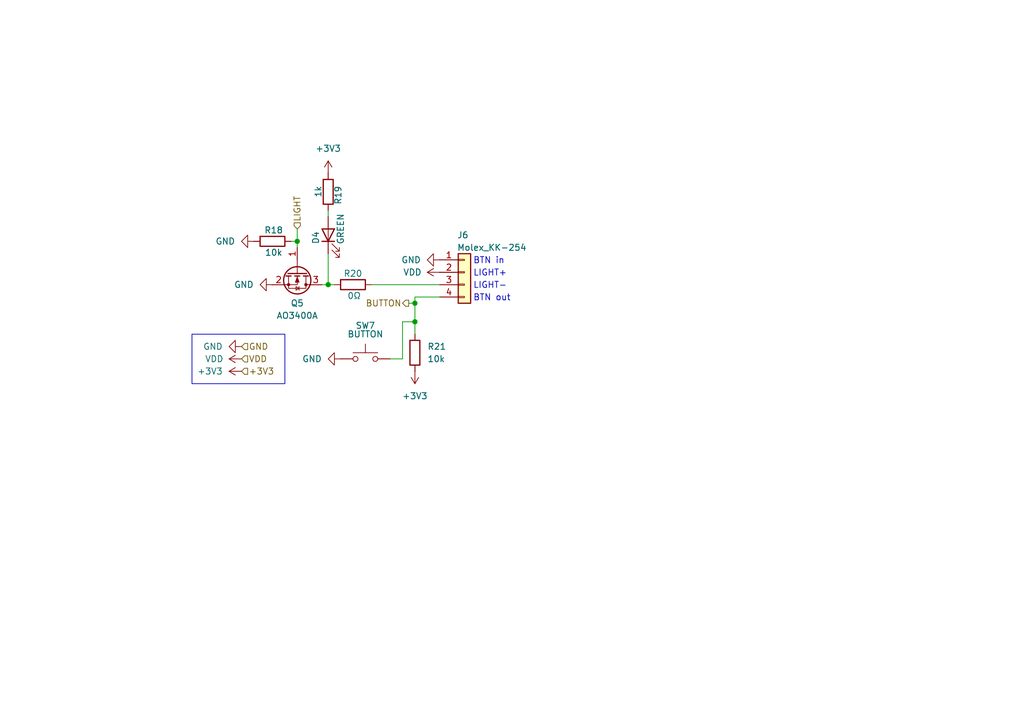
<source format=kicad_sch>
(kicad_sch
	(version 20250114)
	(generator "eeschema")
	(generator_version "9.0")
	(uuid "77abe5fb-6959-427b-b5aa-9bf68d9cfd0c")
	(paper "A5")
	(lib_symbols
		(symbol "Connector_Generic:Conn_01x04"
			(pin_names
				(offset 1.016)
				(hide yes)
			)
			(exclude_from_sim no)
			(in_bom yes)
			(on_board yes)
			(property "Reference" "J"
				(at 0 5.08 0)
				(effects
					(font
						(size 1.27 1.27)
					)
				)
			)
			(property "Value" "Conn_01x04"
				(at 0 -7.62 0)
				(effects
					(font
						(size 1.27 1.27)
					)
				)
			)
			(property "Footprint" ""
				(at 0 0 0)
				(effects
					(font
						(size 1.27 1.27)
					)
					(hide yes)
				)
			)
			(property "Datasheet" "~"
				(at 0 0 0)
				(effects
					(font
						(size 1.27 1.27)
					)
					(hide yes)
				)
			)
			(property "Description" "Generic connector, single row, 01x04, script generated (kicad-library-utils/schlib/autogen/connector/)"
				(at 0 0 0)
				(effects
					(font
						(size 1.27 1.27)
					)
					(hide yes)
				)
			)
			(property "ki_keywords" "connector"
				(at 0 0 0)
				(effects
					(font
						(size 1.27 1.27)
					)
					(hide yes)
				)
			)
			(property "ki_fp_filters" "Connector*:*_1x??_*"
				(at 0 0 0)
				(effects
					(font
						(size 1.27 1.27)
					)
					(hide yes)
				)
			)
			(symbol "Conn_01x04_1_1"
				(rectangle
					(start -1.27 3.81)
					(end 1.27 -6.35)
					(stroke
						(width 0.254)
						(type default)
					)
					(fill
						(type background)
					)
				)
				(rectangle
					(start -1.27 2.667)
					(end 0 2.413)
					(stroke
						(width 0.1524)
						(type default)
					)
					(fill
						(type none)
					)
				)
				(rectangle
					(start -1.27 0.127)
					(end 0 -0.127)
					(stroke
						(width 0.1524)
						(type default)
					)
					(fill
						(type none)
					)
				)
				(rectangle
					(start -1.27 -2.413)
					(end 0 -2.667)
					(stroke
						(width 0.1524)
						(type default)
					)
					(fill
						(type none)
					)
				)
				(rectangle
					(start -1.27 -4.953)
					(end 0 -5.207)
					(stroke
						(width 0.1524)
						(type default)
					)
					(fill
						(type none)
					)
				)
				(pin passive line
					(at -5.08 2.54 0)
					(length 3.81)
					(name "Pin_1"
						(effects
							(font
								(size 1.27 1.27)
							)
						)
					)
					(number "1"
						(effects
							(font
								(size 1.27 1.27)
							)
						)
					)
				)
				(pin passive line
					(at -5.08 0 0)
					(length 3.81)
					(name "Pin_2"
						(effects
							(font
								(size 1.27 1.27)
							)
						)
					)
					(number "2"
						(effects
							(font
								(size 1.27 1.27)
							)
						)
					)
				)
				(pin passive line
					(at -5.08 -2.54 0)
					(length 3.81)
					(name "Pin_3"
						(effects
							(font
								(size 1.27 1.27)
							)
						)
					)
					(number "3"
						(effects
							(font
								(size 1.27 1.27)
							)
						)
					)
				)
				(pin passive line
					(at -5.08 -5.08 0)
					(length 3.81)
					(name "Pin_4"
						(effects
							(font
								(size 1.27 1.27)
							)
						)
					)
					(number "4"
						(effects
							(font
								(size 1.27 1.27)
							)
						)
					)
				)
			)
			(embedded_fonts no)
		)
		(symbol "Device:LED"
			(pin_numbers
				(hide yes)
			)
			(pin_names
				(offset 1.016)
				(hide yes)
			)
			(exclude_from_sim no)
			(in_bom yes)
			(on_board yes)
			(property "Reference" "D"
				(at 0 2.54 0)
				(effects
					(font
						(size 1.27 1.27)
					)
				)
			)
			(property "Value" "LED"
				(at 0 -2.54 0)
				(effects
					(font
						(size 1.27 1.27)
					)
				)
			)
			(property "Footprint" ""
				(at 0 0 0)
				(effects
					(font
						(size 1.27 1.27)
					)
					(hide yes)
				)
			)
			(property "Datasheet" "~"
				(at 0 0 0)
				(effects
					(font
						(size 1.27 1.27)
					)
					(hide yes)
				)
			)
			(property "Description" "Light emitting diode"
				(at 0 0 0)
				(effects
					(font
						(size 1.27 1.27)
					)
					(hide yes)
				)
			)
			(property "ki_keywords" "LED diode"
				(at 0 0 0)
				(effects
					(font
						(size 1.27 1.27)
					)
					(hide yes)
				)
			)
			(property "ki_fp_filters" "LED* LED_SMD:* LED_THT:*"
				(at 0 0 0)
				(effects
					(font
						(size 1.27 1.27)
					)
					(hide yes)
				)
			)
			(symbol "LED_0_1"
				(polyline
					(pts
						(xy -3.048 -0.762) (xy -4.572 -2.286) (xy -3.81 -2.286) (xy -4.572 -2.286) (xy -4.572 -1.524)
					)
					(stroke
						(width 0)
						(type default)
					)
					(fill
						(type none)
					)
				)
				(polyline
					(pts
						(xy -1.778 -0.762) (xy -3.302 -2.286) (xy -2.54 -2.286) (xy -3.302 -2.286) (xy -3.302 -1.524)
					)
					(stroke
						(width 0)
						(type default)
					)
					(fill
						(type none)
					)
				)
				(polyline
					(pts
						(xy -1.27 0) (xy 1.27 0)
					)
					(stroke
						(width 0)
						(type default)
					)
					(fill
						(type none)
					)
				)
				(polyline
					(pts
						(xy -1.27 -1.27) (xy -1.27 1.27)
					)
					(stroke
						(width 0.254)
						(type default)
					)
					(fill
						(type none)
					)
				)
				(polyline
					(pts
						(xy 1.27 -1.27) (xy 1.27 1.27) (xy -1.27 0) (xy 1.27 -1.27)
					)
					(stroke
						(width 0.254)
						(type default)
					)
					(fill
						(type none)
					)
				)
			)
			(symbol "LED_1_1"
				(pin passive line
					(at -3.81 0 0)
					(length 2.54)
					(name "K"
						(effects
							(font
								(size 1.27 1.27)
							)
						)
					)
					(number "1"
						(effects
							(font
								(size 1.27 1.27)
							)
						)
					)
				)
				(pin passive line
					(at 3.81 0 180)
					(length 2.54)
					(name "A"
						(effects
							(font
								(size 1.27 1.27)
							)
						)
					)
					(number "2"
						(effects
							(font
								(size 1.27 1.27)
							)
						)
					)
				)
			)
			(embedded_fonts no)
		)
		(symbol "Device:R"
			(pin_numbers
				(hide yes)
			)
			(pin_names
				(offset 0)
			)
			(exclude_from_sim no)
			(in_bom yes)
			(on_board yes)
			(property "Reference" "R"
				(at 2.032 0 90)
				(effects
					(font
						(size 1.27 1.27)
					)
				)
			)
			(property "Value" "R"
				(at 0 0 90)
				(effects
					(font
						(size 1.27 1.27)
					)
				)
			)
			(property "Footprint" ""
				(at -1.778 0 90)
				(effects
					(font
						(size 1.27 1.27)
					)
					(hide yes)
				)
			)
			(property "Datasheet" "~"
				(at 0 0 0)
				(effects
					(font
						(size 1.27 1.27)
					)
					(hide yes)
				)
			)
			(property "Description" "Resistor"
				(at 0 0 0)
				(effects
					(font
						(size 1.27 1.27)
					)
					(hide yes)
				)
			)
			(property "ki_keywords" "R res resistor"
				(at 0 0 0)
				(effects
					(font
						(size 1.27 1.27)
					)
					(hide yes)
				)
			)
			(property "ki_fp_filters" "R_*"
				(at 0 0 0)
				(effects
					(font
						(size 1.27 1.27)
					)
					(hide yes)
				)
			)
			(symbol "R_0_1"
				(rectangle
					(start -1.016 -2.54)
					(end 1.016 2.54)
					(stroke
						(width 0.254)
						(type default)
					)
					(fill
						(type none)
					)
				)
			)
			(symbol "R_1_1"
				(pin passive line
					(at 0 3.81 270)
					(length 1.27)
					(name "~"
						(effects
							(font
								(size 1.27 1.27)
							)
						)
					)
					(number "1"
						(effects
							(font
								(size 1.27 1.27)
							)
						)
					)
				)
				(pin passive line
					(at 0 -3.81 90)
					(length 1.27)
					(name "~"
						(effects
							(font
								(size 1.27 1.27)
							)
						)
					)
					(number "2"
						(effects
							(font
								(size 1.27 1.27)
							)
						)
					)
				)
			)
			(embedded_fonts no)
		)
		(symbol "Switch:SW_Push"
			(pin_numbers
				(hide yes)
			)
			(pin_names
				(offset 1.016)
				(hide yes)
			)
			(exclude_from_sim no)
			(in_bom yes)
			(on_board yes)
			(property "Reference" "SW"
				(at 1.27 2.54 0)
				(effects
					(font
						(size 1.27 1.27)
					)
					(justify left)
				)
			)
			(property "Value" "SW_Push"
				(at 0 -1.524 0)
				(effects
					(font
						(size 1.27 1.27)
					)
				)
			)
			(property "Footprint" ""
				(at 0 5.08 0)
				(effects
					(font
						(size 1.27 1.27)
					)
					(hide yes)
				)
			)
			(property "Datasheet" "~"
				(at 0 5.08 0)
				(effects
					(font
						(size 1.27 1.27)
					)
					(hide yes)
				)
			)
			(property "Description" "Push button switch, generic, two pins"
				(at 0 0 0)
				(effects
					(font
						(size 1.27 1.27)
					)
					(hide yes)
				)
			)
			(property "ki_keywords" "switch normally-open pushbutton push-button"
				(at 0 0 0)
				(effects
					(font
						(size 1.27 1.27)
					)
					(hide yes)
				)
			)
			(symbol "SW_Push_0_1"
				(circle
					(center -2.032 0)
					(radius 0.508)
					(stroke
						(width 0)
						(type default)
					)
					(fill
						(type none)
					)
				)
				(polyline
					(pts
						(xy 0 1.27) (xy 0 3.048)
					)
					(stroke
						(width 0)
						(type default)
					)
					(fill
						(type none)
					)
				)
				(circle
					(center 2.032 0)
					(radius 0.508)
					(stroke
						(width 0)
						(type default)
					)
					(fill
						(type none)
					)
				)
				(polyline
					(pts
						(xy 2.54 1.27) (xy -2.54 1.27)
					)
					(stroke
						(width 0)
						(type default)
					)
					(fill
						(type none)
					)
				)
				(pin passive line
					(at -5.08 0 0)
					(length 2.54)
					(name "1"
						(effects
							(font
								(size 1.27 1.27)
							)
						)
					)
					(number "1"
						(effects
							(font
								(size 1.27 1.27)
							)
						)
					)
				)
				(pin passive line
					(at 5.08 0 180)
					(length 2.54)
					(name "2"
						(effects
							(font
								(size 1.27 1.27)
							)
						)
					)
					(number "2"
						(effects
							(font
								(size 1.27 1.27)
							)
						)
					)
				)
			)
			(embedded_fonts no)
		)
		(symbol "Transistor_FET:AO3400A"
			(pin_names
				(offset 0)
				(hide yes)
			)
			(exclude_from_sim no)
			(in_bom yes)
			(on_board yes)
			(property "Reference" "Q"
				(at 5.08 1.905 0)
				(effects
					(font
						(size 1.27 1.27)
					)
					(justify left)
				)
			)
			(property "Value" "AO3400A"
				(at 5.08 0 0)
				(effects
					(font
						(size 1.27 1.27)
					)
					(justify left)
				)
			)
			(property "Footprint" "Package_TO_SOT_SMD:SOT-23"
				(at 5.08 -1.905 0)
				(effects
					(font
						(size 1.27 1.27)
						(italic yes)
					)
					(justify left)
					(hide yes)
				)
			)
			(property "Datasheet" "http://www.aosmd.com/pdfs/datasheet/AO3400A.pdf"
				(at 5.08 -3.81 0)
				(effects
					(font
						(size 1.27 1.27)
					)
					(justify left)
					(hide yes)
				)
			)
			(property "Description" "30V Vds, 5.7A Id, N-Channel MOSFET, SOT-23"
				(at 0 0 0)
				(effects
					(font
						(size 1.27 1.27)
					)
					(hide yes)
				)
			)
			(property "ki_keywords" "N-Channel MOSFET"
				(at 0 0 0)
				(effects
					(font
						(size 1.27 1.27)
					)
					(hide yes)
				)
			)
			(property "ki_fp_filters" "SOT?23*"
				(at 0 0 0)
				(effects
					(font
						(size 1.27 1.27)
					)
					(hide yes)
				)
			)
			(symbol "AO3400A_0_1"
				(polyline
					(pts
						(xy 0.254 1.905) (xy 0.254 -1.905)
					)
					(stroke
						(width 0.254)
						(type default)
					)
					(fill
						(type none)
					)
				)
				(polyline
					(pts
						(xy 0.254 0) (xy -2.54 0)
					)
					(stroke
						(width 0)
						(type default)
					)
					(fill
						(type none)
					)
				)
				(polyline
					(pts
						(xy 0.762 2.286) (xy 0.762 1.27)
					)
					(stroke
						(width 0.254)
						(type default)
					)
					(fill
						(type none)
					)
				)
				(polyline
					(pts
						(xy 0.762 0.508) (xy 0.762 -0.508)
					)
					(stroke
						(width 0.254)
						(type default)
					)
					(fill
						(type none)
					)
				)
				(polyline
					(pts
						(xy 0.762 -1.27) (xy 0.762 -2.286)
					)
					(stroke
						(width 0.254)
						(type default)
					)
					(fill
						(type none)
					)
				)
				(polyline
					(pts
						(xy 0.762 -1.778) (xy 3.302 -1.778) (xy 3.302 1.778) (xy 0.762 1.778)
					)
					(stroke
						(width 0)
						(type default)
					)
					(fill
						(type none)
					)
				)
				(polyline
					(pts
						(xy 1.016 0) (xy 2.032 0.381) (xy 2.032 -0.381) (xy 1.016 0)
					)
					(stroke
						(width 0)
						(type default)
					)
					(fill
						(type outline)
					)
				)
				(circle
					(center 1.651 0)
					(radius 2.794)
					(stroke
						(width 0.254)
						(type default)
					)
					(fill
						(type none)
					)
				)
				(polyline
					(pts
						(xy 2.54 2.54) (xy 2.54 1.778)
					)
					(stroke
						(width 0)
						(type default)
					)
					(fill
						(type none)
					)
				)
				(circle
					(center 2.54 1.778)
					(radius 0.254)
					(stroke
						(width 0)
						(type default)
					)
					(fill
						(type outline)
					)
				)
				(circle
					(center 2.54 -1.778)
					(radius 0.254)
					(stroke
						(width 0)
						(type default)
					)
					(fill
						(type outline)
					)
				)
				(polyline
					(pts
						(xy 2.54 -2.54) (xy 2.54 0) (xy 0.762 0)
					)
					(stroke
						(width 0)
						(type default)
					)
					(fill
						(type none)
					)
				)
				(polyline
					(pts
						(xy 2.921 0.381) (xy 3.683 0.381)
					)
					(stroke
						(width 0)
						(type default)
					)
					(fill
						(type none)
					)
				)
				(polyline
					(pts
						(xy 3.302 0.381) (xy 2.921 -0.254) (xy 3.683 -0.254) (xy 3.302 0.381)
					)
					(stroke
						(width 0)
						(type default)
					)
					(fill
						(type none)
					)
				)
			)
			(symbol "AO3400A_1_1"
				(pin input line
					(at -5.08 0 0)
					(length 2.54)
					(name "G"
						(effects
							(font
								(size 1.27 1.27)
							)
						)
					)
					(number "1"
						(effects
							(font
								(size 1.27 1.27)
							)
						)
					)
				)
				(pin passive line
					(at 2.54 5.08 270)
					(length 2.54)
					(name "D"
						(effects
							(font
								(size 1.27 1.27)
							)
						)
					)
					(number "3"
						(effects
							(font
								(size 1.27 1.27)
							)
						)
					)
				)
				(pin passive line
					(at 2.54 -5.08 90)
					(length 2.54)
					(name "S"
						(effects
							(font
								(size 1.27 1.27)
							)
						)
					)
					(number "2"
						(effects
							(font
								(size 1.27 1.27)
							)
						)
					)
				)
			)
			(embedded_fonts no)
		)
		(symbol "power:+3V3"
			(power)
			(pin_numbers
				(hide yes)
			)
			(pin_names
				(offset 0)
				(hide yes)
			)
			(exclude_from_sim no)
			(in_bom yes)
			(on_board yes)
			(property "Reference" "#PWR"
				(at 0 -3.81 0)
				(effects
					(font
						(size 1.27 1.27)
					)
					(hide yes)
				)
			)
			(property "Value" "+3V3"
				(at 0 3.556 0)
				(effects
					(font
						(size 1.27 1.27)
					)
				)
			)
			(property "Footprint" ""
				(at 0 0 0)
				(effects
					(font
						(size 1.27 1.27)
					)
					(hide yes)
				)
			)
			(property "Datasheet" ""
				(at 0 0 0)
				(effects
					(font
						(size 1.27 1.27)
					)
					(hide yes)
				)
			)
			(property "Description" "Power symbol creates a global label with name \"+3V3\""
				(at 0 0 0)
				(effects
					(font
						(size 1.27 1.27)
					)
					(hide yes)
				)
			)
			(property "ki_keywords" "global power"
				(at 0 0 0)
				(effects
					(font
						(size 1.27 1.27)
					)
					(hide yes)
				)
			)
			(symbol "+3V3_0_1"
				(polyline
					(pts
						(xy -0.762 1.27) (xy 0 2.54)
					)
					(stroke
						(width 0)
						(type default)
					)
					(fill
						(type none)
					)
				)
				(polyline
					(pts
						(xy 0 2.54) (xy 0.762 1.27)
					)
					(stroke
						(width 0)
						(type default)
					)
					(fill
						(type none)
					)
				)
				(polyline
					(pts
						(xy 0 0) (xy 0 2.54)
					)
					(stroke
						(width 0)
						(type default)
					)
					(fill
						(type none)
					)
				)
			)
			(symbol "+3V3_1_1"
				(pin power_in line
					(at 0 0 90)
					(length 0)
					(name "~"
						(effects
							(font
								(size 1.27 1.27)
							)
						)
					)
					(number "1"
						(effects
							(font
								(size 1.27 1.27)
							)
						)
					)
				)
			)
			(embedded_fonts no)
		)
		(symbol "power:GND"
			(power)
			(pin_numbers
				(hide yes)
			)
			(pin_names
				(offset 0)
				(hide yes)
			)
			(exclude_from_sim no)
			(in_bom yes)
			(on_board yes)
			(property "Reference" "#PWR"
				(at 0 -6.35 0)
				(effects
					(font
						(size 1.27 1.27)
					)
					(hide yes)
				)
			)
			(property "Value" "GND"
				(at 0 -3.81 0)
				(effects
					(font
						(size 1.27 1.27)
					)
				)
			)
			(property "Footprint" ""
				(at 0 0 0)
				(effects
					(font
						(size 1.27 1.27)
					)
					(hide yes)
				)
			)
			(property "Datasheet" ""
				(at 0 0 0)
				(effects
					(font
						(size 1.27 1.27)
					)
					(hide yes)
				)
			)
			(property "Description" "Power symbol creates a global label with name \"GND\" , ground"
				(at 0 0 0)
				(effects
					(font
						(size 1.27 1.27)
					)
					(hide yes)
				)
			)
			(property "ki_keywords" "global power"
				(at 0 0 0)
				(effects
					(font
						(size 1.27 1.27)
					)
					(hide yes)
				)
			)
			(symbol "GND_0_1"
				(polyline
					(pts
						(xy 0 0) (xy 0 -1.27) (xy 1.27 -1.27) (xy 0 -2.54) (xy -1.27 -1.27) (xy 0 -1.27)
					)
					(stroke
						(width 0)
						(type default)
					)
					(fill
						(type none)
					)
				)
			)
			(symbol "GND_1_1"
				(pin power_in line
					(at 0 0 270)
					(length 0)
					(name "~"
						(effects
							(font
								(size 1.27 1.27)
							)
						)
					)
					(number "1"
						(effects
							(font
								(size 1.27 1.27)
							)
						)
					)
				)
			)
			(embedded_fonts no)
		)
	)
	(rectangle
		(start 39.37 68.58)
		(end 58.42 78.74)
		(stroke
			(width 0)
			(type default)
		)
		(fill
			(type none)
		)
		(uuid b2f74b92-f472-44db-b254-d5215a51f428)
	)
	(text "BTN out"
		(exclude_from_sim no)
		(at 97.028 61.214 0)
		(effects
			(font
				(size 1.27 1.27)
			)
			(justify left)
		)
		(uuid "360814cb-c3b3-443e-bc7b-76c455662647")
	)
	(text "LIGHT+"
		(exclude_from_sim no)
		(at 97.028 56.134 0)
		(effects
			(font
				(size 1.27 1.27)
			)
			(justify left)
		)
		(uuid "9617caf6-29e1-489f-8004-822aecb4bb19")
	)
	(text "BTN in"
		(exclude_from_sim no)
		(at 97.028 53.594 0)
		(effects
			(font
				(size 1.27 1.27)
			)
			(justify left)
		)
		(uuid "a8e39407-9896-4658-b4bf-36e908770d91")
	)
	(text "LIGHT-"
		(exclude_from_sim no)
		(at 97.028 58.674 0)
		(effects
			(font
				(size 1.27 1.27)
			)
			(justify left)
		)
		(uuid "d7d8cf82-9802-4d76-a47e-b7ca88a85097")
	)
	(junction
		(at 67.31 58.42)
		(diameter 0)
		(color 0 0 0 0)
		(uuid "944d006e-b36f-4db2-9579-3e980b767fd4")
	)
	(junction
		(at 60.96 49.53)
		(diameter 0)
		(color 0 0 0 0)
		(uuid "a88c2da3-cbd4-4a93-b418-ce3f6d1a68de")
	)
	(junction
		(at 85.09 62.23)
		(diameter 0)
		(color 0 0 0 0)
		(uuid "c36c8287-c85c-41f4-afa7-b81c76bb98c0")
	)
	(junction
		(at 85.09 66.04)
		(diameter 0)
		(color 0 0 0 0)
		(uuid "d2b092a9-e8b6-41c7-907d-254a38530dc5")
	)
	(wire
		(pts
			(xy 60.96 49.53) (xy 60.96 50.8)
		)
		(stroke
			(width 0)
			(type default)
		)
		(uuid "0691eddf-d25c-4d68-87c1-190e20aabc14")
	)
	(wire
		(pts
			(xy 85.09 60.96) (xy 90.17 60.96)
		)
		(stroke
			(width 0)
			(type default)
		)
		(uuid "147cb16c-c06f-4d4a-8d80-2da3d501911f")
	)
	(wire
		(pts
			(xy 85.09 62.23) (xy 85.09 60.96)
		)
		(stroke
			(width 0)
			(type default)
		)
		(uuid "2efece4b-e2ef-4556-bb2a-4ffb2360f9f2")
	)
	(wire
		(pts
			(xy 83.82 62.23) (xy 85.09 62.23)
		)
		(stroke
			(width 0)
			(type default)
		)
		(uuid "46616f77-55b7-4492-888e-06021ec594cf")
	)
	(wire
		(pts
			(xy 67.31 52.07) (xy 67.31 58.42)
		)
		(stroke
			(width 0)
			(type default)
		)
		(uuid "49aa349a-fb0c-4be0-9c00-5a4a6372af89")
	)
	(wire
		(pts
			(xy 68.58 58.42) (xy 67.31 58.42)
		)
		(stroke
			(width 0)
			(type default)
		)
		(uuid "57118fc5-4c76-437e-88a6-4946208053e2")
	)
	(wire
		(pts
			(xy 85.09 62.23) (xy 85.09 66.04)
		)
		(stroke
			(width 0)
			(type default)
		)
		(uuid "67f132bb-1b41-40d4-90db-c6d544a25389")
	)
	(wire
		(pts
			(xy 67.31 58.42) (xy 66.04 58.42)
		)
		(stroke
			(width 0)
			(type default)
		)
		(uuid "7ae150b7-dfcb-42c3-aad1-36830e9e5666")
	)
	(wire
		(pts
			(xy 60.96 46.99) (xy 60.96 49.53)
		)
		(stroke
			(width 0)
			(type default)
		)
		(uuid "875e065b-92fa-4fda-a2aa-b1f972e34eca")
	)
	(wire
		(pts
			(xy 76.2 58.42) (xy 90.17 58.42)
		)
		(stroke
			(width 0)
			(type default)
		)
		(uuid "8e34a653-0d35-415e-872a-5de5fda82e47")
	)
	(wire
		(pts
			(xy 82.55 66.04) (xy 85.09 66.04)
		)
		(stroke
			(width 0)
			(type default)
		)
		(uuid "9dd90d20-1818-47a3-883e-420714f9a404")
	)
	(wire
		(pts
			(xy 82.55 66.04) (xy 82.55 73.66)
		)
		(stroke
			(width 0)
			(type default)
		)
		(uuid "a0ee9ea9-3b45-474e-b13f-aef4ce2080bd")
	)
	(wire
		(pts
			(xy 80.01 73.66) (xy 82.55 73.66)
		)
		(stroke
			(width 0)
			(type default)
		)
		(uuid "b3c9e433-b621-4d1b-b7c2-c8b5619e8ec2")
	)
	(wire
		(pts
			(xy 59.69 49.53) (xy 60.96 49.53)
		)
		(stroke
			(width 0)
			(type default)
		)
		(uuid "b5c5186d-497a-4436-8faa-c866cf5e4a59")
	)
	(wire
		(pts
			(xy 85.09 66.04) (xy 85.09 68.58)
		)
		(stroke
			(width 0)
			(type default)
		)
		(uuid "f10a0861-8ccc-4fea-afdb-97651d3f508d")
	)
	(wire
		(pts
			(xy 67.31 43.18) (xy 67.31 44.45)
		)
		(stroke
			(width 0)
			(type default)
		)
		(uuid "ffa94b6c-bc05-4697-b83a-e8eb9746e612")
	)
	(hierarchical_label "VDD"
		(shape input)
		(at 49.53 73.66 0)
		(effects
			(font
				(size 1.27 1.27)
			)
			(justify left)
		)
		(uuid "0371cd94-2de0-4e16-9ec8-11bd001ff88b")
	)
	(hierarchical_label "GND"
		(shape input)
		(at 49.53 71.12 0)
		(effects
			(font
				(size 1.27 1.27)
			)
			(justify left)
		)
		(uuid "1183996d-d3c3-45eb-8254-3b7bb161c57c")
	)
	(hierarchical_label "+3V3"
		(shape input)
		(at 49.53 76.2 0)
		(effects
			(font
				(size 1.27 1.27)
			)
			(justify left)
		)
		(uuid "23affb20-91ff-438f-abb1-2ccdd12f94e1")
	)
	(hierarchical_label "BUTTON"
		(shape output)
		(at 83.82 62.23 180)
		(effects
			(font
				(size 1.27 1.27)
			)
			(justify right)
		)
		(uuid "87bf9a47-1be3-4ed7-8f69-958b1f3600db")
	)
	(hierarchical_label "LIGHT"
		(shape input)
		(at 60.96 46.99 90)
		(effects
			(font
				(size 1.27 1.27)
			)
			(justify left)
		)
		(uuid "e9013f56-4ab4-4429-bc66-fda1e5a5a5e5")
	)
	(symbol
		(lib_id "power:+3V3")
		(at 90.17 55.88 90)
		(unit 1)
		(exclude_from_sim no)
		(in_bom yes)
		(on_board yes)
		(dnp no)
		(uuid "0a495d9a-d276-4389-95ba-306097274af3")
		(property "Reference" "#PWR051"
			(at 93.98 55.88 0)
			(effects
				(font
					(size 1.27 1.27)
				)
				(hide yes)
			)
		)
		(property "Value" "VDD"
			(at 84.582 55.88 90)
			(effects
				(font
					(size 1.27 1.27)
				)
			)
		)
		(property "Footprint" ""
			(at 90.17 55.88 0)
			(effects
				(font
					(size 1.27 1.27)
				)
				(hide yes)
			)
		)
		(property "Datasheet" ""
			(at 90.17 55.88 0)
			(effects
				(font
					(size 1.27 1.27)
				)
				(hide yes)
			)
		)
		(property "Description" "Power symbol creates a global label with name \"+3V3\""
			(at 90.17 55.88 0)
			(effects
				(font
					(size 1.27 1.27)
				)
				(hide yes)
			)
		)
		(pin "1"
			(uuid "85446055-a0ac-4cfe-843d-d8edb9992dac")
		)
		(instances
			(project "batak"
				(path "/e8de9c0d-e6fd-4cdb-92be-1a9310801f6a/2d92479e-ee05-4c87-a05e-961b0fbce536/01542007-6c22-4cad-92f5-362e22c5ade3"
					(reference "#PWR081")
					(unit 1)
				)
				(path "/e8de9c0d-e6fd-4cdb-92be-1a9310801f6a/2d92479e-ee05-4c87-a05e-961b0fbce536/090c234f-8c23-4e8b-89f8-d658160caf2e"
					(reference "#PWR0163")
					(unit 1)
				)
				(path "/e8de9c0d-e6fd-4cdb-92be-1a9310801f6a/2d92479e-ee05-4c87-a05e-961b0fbce536/0b68a31f-7990-4aa7-9011-2b04558b3d6d"
					(reference "#PWR0173")
					(unit 1)
				)
				(path "/e8de9c0d-e6fd-4cdb-92be-1a9310801f6a/2d92479e-ee05-4c87-a05e-961b0fbce536/341fc8cf-ed38-46be-9bf1-14a546ca9d95"
					(reference "#PWR0153")
					(unit 1)
				)
				(path "/e8de9c0d-e6fd-4cdb-92be-1a9310801f6a/2d92479e-ee05-4c87-a05e-961b0fbce536/55187579-087f-4b25-b029-bf24b979e0d1"
					(reference "#PWR061")
					(unit 1)
				)
				(path "/e8de9c0d-e6fd-4cdb-92be-1a9310801f6a/2d92479e-ee05-4c87-a05e-961b0fbce536/6d750113-7eed-4d9d-9a77-8d1aea89d39f"
					(reference "#PWR071")
					(unit 1)
				)
				(path "/e8de9c0d-e6fd-4cdb-92be-1a9310801f6a/2d92479e-ee05-4c87-a05e-961b0fbce536/74560a62-818e-4194-b0b7-2592be67e977"
					(reference "#PWR0183")
					(unit 1)
				)
				(path "/e8de9c0d-e6fd-4cdb-92be-1a9310801f6a/2d92479e-ee05-4c87-a05e-961b0fbce536/84466a8e-44bc-4171-9090-c5a4ba1a22ea"
					(reference "#PWR091")
					(unit 1)
				)
				(path "/e8de9c0d-e6fd-4cdb-92be-1a9310801f6a/2d92479e-ee05-4c87-a05e-961b0fbce536/c87ef237-b2f6-4e4c-a63c-c9a42a9eb84c"
					(reference "#PWR0213")
					(unit 1)
				)
				(path "/e8de9c0d-e6fd-4cdb-92be-1a9310801f6a/2d92479e-ee05-4c87-a05e-961b0fbce536/d7183154-dc73-4a08-b68e-666a26bc476b"
					(reference "#PWR051")
					(unit 1)
				)
				(path "/e8de9c0d-e6fd-4cdb-92be-1a9310801f6a/2d92479e-ee05-4c87-a05e-961b0fbce536/e4af50e9-cf1f-4457-b718-e096193b32bd"
					(reference "#PWR0193")
					(unit 1)
				)
				(path "/e8de9c0d-e6fd-4cdb-92be-1a9310801f6a/2d92479e-ee05-4c87-a05e-961b0fbce536/f2b7bfdb-6f73-4ea1-9047-052bc53b4931"
					(reference "#PWR0203")
					(unit 1)
				)
			)
		)
	)
	(symbol
		(lib_id "power:+3V3")
		(at 85.09 76.2 180)
		(unit 1)
		(exclude_from_sim no)
		(in_bom yes)
		(on_board yes)
		(dnp no)
		(fields_autoplaced yes)
		(uuid "1c3dd3f8-ed19-4a7b-a229-35dabd4f0de6")
		(property "Reference" "#PWR049"
			(at 85.09 72.39 0)
			(effects
				(font
					(size 1.27 1.27)
				)
				(hide yes)
			)
		)
		(property "Value" "+3V3"
			(at 85.09 81.28 0)
			(effects
				(font
					(size 1.27 1.27)
				)
			)
		)
		(property "Footprint" ""
			(at 85.09 76.2 0)
			(effects
				(font
					(size 1.27 1.27)
				)
				(hide yes)
			)
		)
		(property "Datasheet" ""
			(at 85.09 76.2 0)
			(effects
				(font
					(size 1.27 1.27)
				)
				(hide yes)
			)
		)
		(property "Description" "Power symbol creates a global label with name \"+3V3\""
			(at 85.09 76.2 0)
			(effects
				(font
					(size 1.27 1.27)
				)
				(hide yes)
			)
		)
		(pin "1"
			(uuid "deab99b4-8ff5-46d7-b1f2-41ffdb23925c")
		)
		(instances
			(project "batak"
				(path "/e8de9c0d-e6fd-4cdb-92be-1a9310801f6a/2d92479e-ee05-4c87-a05e-961b0fbce536/01542007-6c22-4cad-92f5-362e22c5ade3"
					(reference "#PWR079")
					(unit 1)
				)
				(path "/e8de9c0d-e6fd-4cdb-92be-1a9310801f6a/2d92479e-ee05-4c87-a05e-961b0fbce536/090c234f-8c23-4e8b-89f8-d658160caf2e"
					(reference "#PWR0161")
					(unit 1)
				)
				(path "/e8de9c0d-e6fd-4cdb-92be-1a9310801f6a/2d92479e-ee05-4c87-a05e-961b0fbce536/0b68a31f-7990-4aa7-9011-2b04558b3d6d"
					(reference "#PWR0171")
					(unit 1)
				)
				(path "/e8de9c0d-e6fd-4cdb-92be-1a9310801f6a/2d92479e-ee05-4c87-a05e-961b0fbce536/341fc8cf-ed38-46be-9bf1-14a546ca9d95"
					(reference "#PWR0151")
					(unit 1)
				)
				(path "/e8de9c0d-e6fd-4cdb-92be-1a9310801f6a/2d92479e-ee05-4c87-a05e-961b0fbce536/55187579-087f-4b25-b029-bf24b979e0d1"
					(reference "#PWR059")
					(unit 1)
				)
				(path "/e8de9c0d-e6fd-4cdb-92be-1a9310801f6a/2d92479e-ee05-4c87-a05e-961b0fbce536/6d750113-7eed-4d9d-9a77-8d1aea89d39f"
					(reference "#PWR069")
					(unit 1)
				)
				(path "/e8de9c0d-e6fd-4cdb-92be-1a9310801f6a/2d92479e-ee05-4c87-a05e-961b0fbce536/74560a62-818e-4194-b0b7-2592be67e977"
					(reference "#PWR0181")
					(unit 1)
				)
				(path "/e8de9c0d-e6fd-4cdb-92be-1a9310801f6a/2d92479e-ee05-4c87-a05e-961b0fbce536/84466a8e-44bc-4171-9090-c5a4ba1a22ea"
					(reference "#PWR089")
					(unit 1)
				)
				(path "/e8de9c0d-e6fd-4cdb-92be-1a9310801f6a/2d92479e-ee05-4c87-a05e-961b0fbce536/c87ef237-b2f6-4e4c-a63c-c9a42a9eb84c"
					(reference "#PWR0211")
					(unit 1)
				)
				(path "/e8de9c0d-e6fd-4cdb-92be-1a9310801f6a/2d92479e-ee05-4c87-a05e-961b0fbce536/d7183154-dc73-4a08-b68e-666a26bc476b"
					(reference "#PWR049")
					(unit 1)
				)
				(path "/e8de9c0d-e6fd-4cdb-92be-1a9310801f6a/2d92479e-ee05-4c87-a05e-961b0fbce536/e4af50e9-cf1f-4457-b718-e096193b32bd"
					(reference "#PWR0191")
					(unit 1)
				)
				(path "/e8de9c0d-e6fd-4cdb-92be-1a9310801f6a/2d92479e-ee05-4c87-a05e-961b0fbce536/f2b7bfdb-6f73-4ea1-9047-052bc53b4931"
					(reference "#PWR0201")
					(unit 1)
				)
			)
		)
	)
	(symbol
		(lib_id "Device:R")
		(at 67.31 39.37 180)
		(unit 1)
		(exclude_from_sim no)
		(in_bom yes)
		(on_board yes)
		(dnp no)
		(uuid "37656605-9532-4f4b-afbb-d5b1e822d4be")
		(property "Reference" "R7"
			(at 69.342 38.1 90)
			(effects
				(font
					(size 1.27 1.27)
				)
				(justify left)
			)
		)
		(property "Value" "1k"
			(at 65.278 38.1 90)
			(effects
				(font
					(size 1.27 1.27)
				)
				(justify left)
			)
		)
		(property "Footprint" "Resistor_SMD:R_0603_1608Metric"
			(at 69.088 39.37 90)
			(effects
				(font
					(size 1.27 1.27)
				)
				(hide yes)
			)
		)
		(property "Datasheet" "~"
			(at 67.31 39.37 0)
			(effects
				(font
					(size 1.27 1.27)
				)
				(hide yes)
			)
		)
		(property "Description" "Resistor"
			(at 67.31 39.37 0)
			(effects
				(font
					(size 1.27 1.27)
				)
				(hide yes)
			)
		)
		(pin "2"
			(uuid "25b23ca6-4494-493d-bdd7-5925dc10be2e")
		)
		(pin "1"
			(uuid "ae1e99f0-8226-473f-8af6-1f8539ef726f")
		)
		(instances
			(project "batak"
				(path "/e8de9c0d-e6fd-4cdb-92be-1a9310801f6a/2d92479e-ee05-4c87-a05e-961b0fbce536/01542007-6c22-4cad-92f5-362e22c5ade3"
					(reference "R19")
					(unit 1)
				)
				(path "/e8de9c0d-e6fd-4cdb-92be-1a9310801f6a/2d92479e-ee05-4c87-a05e-961b0fbce536/090c234f-8c23-4e8b-89f8-d658160caf2e"
					(reference "R40")
					(unit 1)
				)
				(path "/e8de9c0d-e6fd-4cdb-92be-1a9310801f6a/2d92479e-ee05-4c87-a05e-961b0fbce536/0b68a31f-7990-4aa7-9011-2b04558b3d6d"
					(reference "R44")
					(unit 1)
				)
				(path "/e8de9c0d-e6fd-4cdb-92be-1a9310801f6a/2d92479e-ee05-4c87-a05e-961b0fbce536/341fc8cf-ed38-46be-9bf1-14a546ca9d95"
					(reference "R36")
					(unit 1)
				)
				(path "/e8de9c0d-e6fd-4cdb-92be-1a9310801f6a/2d92479e-ee05-4c87-a05e-961b0fbce536/55187579-087f-4b25-b029-bf24b979e0d1"
					(reference "R11")
					(unit 1)
				)
				(path "/e8de9c0d-e6fd-4cdb-92be-1a9310801f6a/2d92479e-ee05-4c87-a05e-961b0fbce536/6d750113-7eed-4d9d-9a77-8d1aea89d39f"
					(reference "R15")
					(unit 1)
				)
				(path "/e8de9c0d-e6fd-4cdb-92be-1a9310801f6a/2d92479e-ee05-4c87-a05e-961b0fbce536/74560a62-818e-4194-b0b7-2592be67e977"
					(reference "R48")
					(unit 1)
				)
				(path "/e8de9c0d-e6fd-4cdb-92be-1a9310801f6a/2d92479e-ee05-4c87-a05e-961b0fbce536/84466a8e-44bc-4171-9090-c5a4ba1a22ea"
					(reference "R23")
					(unit 1)
				)
				(path "/e8de9c0d-e6fd-4cdb-92be-1a9310801f6a/2d92479e-ee05-4c87-a05e-961b0fbce536/c87ef237-b2f6-4e4c-a63c-c9a42a9eb84c"
					(reference "R60")
					(unit 1)
				)
				(path "/e8de9c0d-e6fd-4cdb-92be-1a9310801f6a/2d92479e-ee05-4c87-a05e-961b0fbce536/d7183154-dc73-4a08-b68e-666a26bc476b"
					(reference "R7")
					(unit 1)
				)
				(path "/e8de9c0d-e6fd-4cdb-92be-1a9310801f6a/2d92479e-ee05-4c87-a05e-961b0fbce536/e4af50e9-cf1f-4457-b718-e096193b32bd"
					(reference "R52")
					(unit 1)
				)
				(path "/e8de9c0d-e6fd-4cdb-92be-1a9310801f6a/2d92479e-ee05-4c87-a05e-961b0fbce536/f2b7bfdb-6f73-4ea1-9047-052bc53b4931"
					(reference "R56")
					(unit 1)
				)
			)
		)
	)
	(symbol
		(lib_id "power:+3V3")
		(at 49.53 73.66 90)
		(unit 1)
		(exclude_from_sim no)
		(in_bom yes)
		(on_board yes)
		(dnp no)
		(uuid "568b9a65-948e-49ca-b367-00119017d5ba")
		(property "Reference" "#PWR043"
			(at 53.34 73.66 0)
			(effects
				(font
					(size 1.27 1.27)
				)
				(hide yes)
			)
		)
		(property "Value" "VDD"
			(at 43.942 73.66 90)
			(effects
				(font
					(size 1.27 1.27)
				)
			)
		)
		(property "Footprint" ""
			(at 49.53 73.66 0)
			(effects
				(font
					(size 1.27 1.27)
				)
				(hide yes)
			)
		)
		(property "Datasheet" ""
			(at 49.53 73.66 0)
			(effects
				(font
					(size 1.27 1.27)
				)
				(hide yes)
			)
		)
		(property "Description" "Power symbol creates a global label with name \"+3V3\""
			(at 49.53 73.66 0)
			(effects
				(font
					(size 1.27 1.27)
				)
				(hide yes)
			)
		)
		(pin "1"
			(uuid "63b91fc1-dd59-43a6-8855-04bb72918244")
		)
		(instances
			(project "batak"
				(path "/e8de9c0d-e6fd-4cdb-92be-1a9310801f6a/2d92479e-ee05-4c87-a05e-961b0fbce536/01542007-6c22-4cad-92f5-362e22c5ade3"
					(reference "#PWR073")
					(unit 1)
				)
				(path "/e8de9c0d-e6fd-4cdb-92be-1a9310801f6a/2d92479e-ee05-4c87-a05e-961b0fbce536/090c234f-8c23-4e8b-89f8-d658160caf2e"
					(reference "#PWR0155")
					(unit 1)
				)
				(path "/e8de9c0d-e6fd-4cdb-92be-1a9310801f6a/2d92479e-ee05-4c87-a05e-961b0fbce536/0b68a31f-7990-4aa7-9011-2b04558b3d6d"
					(reference "#PWR0165")
					(unit 1)
				)
				(path "/e8de9c0d-e6fd-4cdb-92be-1a9310801f6a/2d92479e-ee05-4c87-a05e-961b0fbce536/341fc8cf-ed38-46be-9bf1-14a546ca9d95"
					(reference "#PWR0145")
					(unit 1)
				)
				(path "/e8de9c0d-e6fd-4cdb-92be-1a9310801f6a/2d92479e-ee05-4c87-a05e-961b0fbce536/55187579-087f-4b25-b029-bf24b979e0d1"
					(reference "#PWR053")
					(unit 1)
				)
				(path "/e8de9c0d-e6fd-4cdb-92be-1a9310801f6a/2d92479e-ee05-4c87-a05e-961b0fbce536/6d750113-7eed-4d9d-9a77-8d1aea89d39f"
					(reference "#PWR063")
					(unit 1)
				)
				(path "/e8de9c0d-e6fd-4cdb-92be-1a9310801f6a/2d92479e-ee05-4c87-a05e-961b0fbce536/74560a62-818e-4194-b0b7-2592be67e977"
					(reference "#PWR0175")
					(unit 1)
				)
				(path "/e8de9c0d-e6fd-4cdb-92be-1a9310801f6a/2d92479e-ee05-4c87-a05e-961b0fbce536/84466a8e-44bc-4171-9090-c5a4ba1a22ea"
					(reference "#PWR083")
					(unit 1)
				)
				(path "/e8de9c0d-e6fd-4cdb-92be-1a9310801f6a/2d92479e-ee05-4c87-a05e-961b0fbce536/c87ef237-b2f6-4e4c-a63c-c9a42a9eb84c"
					(reference "#PWR0205")
					(unit 1)
				)
				(path "/e8de9c0d-e6fd-4cdb-92be-1a9310801f6a/2d92479e-ee05-4c87-a05e-961b0fbce536/d7183154-dc73-4a08-b68e-666a26bc476b"
					(reference "#PWR043")
					(unit 1)
				)
				(path "/e8de9c0d-e6fd-4cdb-92be-1a9310801f6a/2d92479e-ee05-4c87-a05e-961b0fbce536/e4af50e9-cf1f-4457-b718-e096193b32bd"
					(reference "#PWR0185")
					(unit 1)
				)
				(path "/e8de9c0d-e6fd-4cdb-92be-1a9310801f6a/2d92479e-ee05-4c87-a05e-961b0fbce536/f2b7bfdb-6f73-4ea1-9047-052bc53b4931"
					(reference "#PWR0195")
					(unit 1)
				)
			)
		)
	)
	(symbol
		(lib_id "Device:R")
		(at 72.39 58.42 90)
		(unit 1)
		(exclude_from_sim no)
		(in_bom yes)
		(on_board yes)
		(dnp no)
		(uuid "5a77e7f8-cd03-4a2b-8dc8-b6373409ce5a")
		(property "Reference" "R8"
			(at 72.39 56.134 90)
			(effects
				(font
					(size 1.27 1.27)
				)
			)
		)
		(property "Value" "0Ω"
			(at 72.644 60.706 90)
			(effects
				(font
					(size 1.27 1.27)
				)
			)
		)
		(property "Footprint" "Resistor_SMD:R_0603_1608Metric"
			(at 72.39 60.198 90)
			(effects
				(font
					(size 1.27 1.27)
				)
				(hide yes)
			)
		)
		(property "Datasheet" "~"
			(at 72.39 58.42 0)
			(effects
				(font
					(size 1.27 1.27)
				)
				(hide yes)
			)
		)
		(property "Description" "Resistor"
			(at 72.39 58.42 0)
			(effects
				(font
					(size 1.27 1.27)
				)
				(hide yes)
			)
		)
		(pin "2"
			(uuid "d83438ee-6313-4acb-a6d8-cf7c4c8dbf39")
		)
		(pin "1"
			(uuid "e264eab3-3eab-4816-8f2e-de0d432d5522")
		)
		(instances
			(project "batak"
				(path "/e8de9c0d-e6fd-4cdb-92be-1a9310801f6a/2d92479e-ee05-4c87-a05e-961b0fbce536/01542007-6c22-4cad-92f5-362e22c5ade3"
					(reference "R20")
					(unit 1)
				)
				(path "/e8de9c0d-e6fd-4cdb-92be-1a9310801f6a/2d92479e-ee05-4c87-a05e-961b0fbce536/090c234f-8c23-4e8b-89f8-d658160caf2e"
					(reference "R41")
					(unit 1)
				)
				(path "/e8de9c0d-e6fd-4cdb-92be-1a9310801f6a/2d92479e-ee05-4c87-a05e-961b0fbce536/0b68a31f-7990-4aa7-9011-2b04558b3d6d"
					(reference "R45")
					(unit 1)
				)
				(path "/e8de9c0d-e6fd-4cdb-92be-1a9310801f6a/2d92479e-ee05-4c87-a05e-961b0fbce536/341fc8cf-ed38-46be-9bf1-14a546ca9d95"
					(reference "R37")
					(unit 1)
				)
				(path "/e8de9c0d-e6fd-4cdb-92be-1a9310801f6a/2d92479e-ee05-4c87-a05e-961b0fbce536/55187579-087f-4b25-b029-bf24b979e0d1"
					(reference "R12")
					(unit 1)
				)
				(path "/e8de9c0d-e6fd-4cdb-92be-1a9310801f6a/2d92479e-ee05-4c87-a05e-961b0fbce536/6d750113-7eed-4d9d-9a77-8d1aea89d39f"
					(reference "R16")
					(unit 1)
				)
				(path "/e8de9c0d-e6fd-4cdb-92be-1a9310801f6a/2d92479e-ee05-4c87-a05e-961b0fbce536/74560a62-818e-4194-b0b7-2592be67e977"
					(reference "R49")
					(unit 1)
				)
				(path "/e8de9c0d-e6fd-4cdb-92be-1a9310801f6a/2d92479e-ee05-4c87-a05e-961b0fbce536/84466a8e-44bc-4171-9090-c5a4ba1a22ea"
					(reference "R24")
					(unit 1)
				)
				(path "/e8de9c0d-e6fd-4cdb-92be-1a9310801f6a/2d92479e-ee05-4c87-a05e-961b0fbce536/c87ef237-b2f6-4e4c-a63c-c9a42a9eb84c"
					(reference "R61")
					(unit 1)
				)
				(path "/e8de9c0d-e6fd-4cdb-92be-1a9310801f6a/2d92479e-ee05-4c87-a05e-961b0fbce536/d7183154-dc73-4a08-b68e-666a26bc476b"
					(reference "R8")
					(unit 1)
				)
				(path "/e8de9c0d-e6fd-4cdb-92be-1a9310801f6a/2d92479e-ee05-4c87-a05e-961b0fbce536/e4af50e9-cf1f-4457-b718-e096193b32bd"
					(reference "R53")
					(unit 1)
				)
				(path "/e8de9c0d-e6fd-4cdb-92be-1a9310801f6a/2d92479e-ee05-4c87-a05e-961b0fbce536/f2b7bfdb-6f73-4ea1-9047-052bc53b4931"
					(reference "R57")
					(unit 1)
				)
			)
		)
	)
	(symbol
		(lib_id "power:GND")
		(at 49.53 71.12 270)
		(unit 1)
		(exclude_from_sim no)
		(in_bom yes)
		(on_board yes)
		(dnp no)
		(fields_autoplaced yes)
		(uuid "70b4cedd-4188-446b-b538-2c175e9737ce")
		(property "Reference" "#PWR042"
			(at 43.18 71.12 0)
			(effects
				(font
					(size 1.27 1.27)
				)
				(hide yes)
			)
		)
		(property "Value" "GND"
			(at 45.72 71.1199 90)
			(effects
				(font
					(size 1.27 1.27)
				)
				(justify right)
			)
		)
		(property "Footprint" ""
			(at 49.53 71.12 0)
			(effects
				(font
					(size 1.27 1.27)
				)
				(hide yes)
			)
		)
		(property "Datasheet" ""
			(at 49.53 71.12 0)
			(effects
				(font
					(size 1.27 1.27)
				)
				(hide yes)
			)
		)
		(property "Description" "Power symbol creates a global label with name \"GND\" , ground"
			(at 49.53 71.12 0)
			(effects
				(font
					(size 1.27 1.27)
				)
				(hide yes)
			)
		)
		(pin "1"
			(uuid "3afbc4aa-2a8f-402c-9ae8-421f95391710")
		)
		(instances
			(project "batak"
				(path "/e8de9c0d-e6fd-4cdb-92be-1a9310801f6a/2d92479e-ee05-4c87-a05e-961b0fbce536/01542007-6c22-4cad-92f5-362e22c5ade3"
					(reference "#PWR072")
					(unit 1)
				)
				(path "/e8de9c0d-e6fd-4cdb-92be-1a9310801f6a/2d92479e-ee05-4c87-a05e-961b0fbce536/090c234f-8c23-4e8b-89f8-d658160caf2e"
					(reference "#PWR0154")
					(unit 1)
				)
				(path "/e8de9c0d-e6fd-4cdb-92be-1a9310801f6a/2d92479e-ee05-4c87-a05e-961b0fbce536/0b68a31f-7990-4aa7-9011-2b04558b3d6d"
					(reference "#PWR0164")
					(unit 1)
				)
				(path "/e8de9c0d-e6fd-4cdb-92be-1a9310801f6a/2d92479e-ee05-4c87-a05e-961b0fbce536/341fc8cf-ed38-46be-9bf1-14a546ca9d95"
					(reference "#PWR0144")
					(unit 1)
				)
				(path "/e8de9c0d-e6fd-4cdb-92be-1a9310801f6a/2d92479e-ee05-4c87-a05e-961b0fbce536/55187579-087f-4b25-b029-bf24b979e0d1"
					(reference "#PWR052")
					(unit 1)
				)
				(path "/e8de9c0d-e6fd-4cdb-92be-1a9310801f6a/2d92479e-ee05-4c87-a05e-961b0fbce536/6d750113-7eed-4d9d-9a77-8d1aea89d39f"
					(reference "#PWR062")
					(unit 1)
				)
				(path "/e8de9c0d-e6fd-4cdb-92be-1a9310801f6a/2d92479e-ee05-4c87-a05e-961b0fbce536/74560a62-818e-4194-b0b7-2592be67e977"
					(reference "#PWR0174")
					(unit 1)
				)
				(path "/e8de9c0d-e6fd-4cdb-92be-1a9310801f6a/2d92479e-ee05-4c87-a05e-961b0fbce536/84466a8e-44bc-4171-9090-c5a4ba1a22ea"
					(reference "#PWR082")
					(unit 1)
				)
				(path "/e8de9c0d-e6fd-4cdb-92be-1a9310801f6a/2d92479e-ee05-4c87-a05e-961b0fbce536/c87ef237-b2f6-4e4c-a63c-c9a42a9eb84c"
					(reference "#PWR0204")
					(unit 1)
				)
				(path "/e8de9c0d-e6fd-4cdb-92be-1a9310801f6a/2d92479e-ee05-4c87-a05e-961b0fbce536/d7183154-dc73-4a08-b68e-666a26bc476b"
					(reference "#PWR042")
					(unit 1)
				)
				(path "/e8de9c0d-e6fd-4cdb-92be-1a9310801f6a/2d92479e-ee05-4c87-a05e-961b0fbce536/e4af50e9-cf1f-4457-b718-e096193b32bd"
					(reference "#PWR0184")
					(unit 1)
				)
				(path "/e8de9c0d-e6fd-4cdb-92be-1a9310801f6a/2d92479e-ee05-4c87-a05e-961b0fbce536/f2b7bfdb-6f73-4ea1-9047-052bc53b4931"
					(reference "#PWR0194")
					(unit 1)
				)
			)
		)
	)
	(symbol
		(lib_id "power:GND")
		(at 69.85 73.66 270)
		(unit 1)
		(exclude_from_sim no)
		(in_bom yes)
		(on_board yes)
		(dnp no)
		(fields_autoplaced yes)
		(uuid "790a1bc1-470b-4b00-a882-00cf7de03a00")
		(property "Reference" "#PWR048"
			(at 63.5 73.66 0)
			(effects
				(font
					(size 1.27 1.27)
				)
				(hide yes)
			)
		)
		(property "Value" "GND"
			(at 66.04 73.6599 90)
			(effects
				(font
					(size 1.27 1.27)
				)
				(justify right)
			)
		)
		(property "Footprint" ""
			(at 69.85 73.66 0)
			(effects
				(font
					(size 1.27 1.27)
				)
				(hide yes)
			)
		)
		(property "Datasheet" ""
			(at 69.85 73.66 0)
			(effects
				(font
					(size 1.27 1.27)
				)
				(hide yes)
			)
		)
		(property "Description" "Power symbol creates a global label with name \"GND\" , ground"
			(at 69.85 73.66 0)
			(effects
				(font
					(size 1.27 1.27)
				)
				(hide yes)
			)
		)
		(pin "1"
			(uuid "a752f4bd-6329-4f58-99f2-aaf9172ddf5e")
		)
		(instances
			(project "batak"
				(path "/e8de9c0d-e6fd-4cdb-92be-1a9310801f6a/2d92479e-ee05-4c87-a05e-961b0fbce536/01542007-6c22-4cad-92f5-362e22c5ade3"
					(reference "#PWR078")
					(unit 1)
				)
				(path "/e8de9c0d-e6fd-4cdb-92be-1a9310801f6a/2d92479e-ee05-4c87-a05e-961b0fbce536/090c234f-8c23-4e8b-89f8-d658160caf2e"
					(reference "#PWR0160")
					(unit 1)
				)
				(path "/e8de9c0d-e6fd-4cdb-92be-1a9310801f6a/2d92479e-ee05-4c87-a05e-961b0fbce536/0b68a31f-7990-4aa7-9011-2b04558b3d6d"
					(reference "#PWR0170")
					(unit 1)
				)
				(path "/e8de9c0d-e6fd-4cdb-92be-1a9310801f6a/2d92479e-ee05-4c87-a05e-961b0fbce536/341fc8cf-ed38-46be-9bf1-14a546ca9d95"
					(reference "#PWR0150")
					(unit 1)
				)
				(path "/e8de9c0d-e6fd-4cdb-92be-1a9310801f6a/2d92479e-ee05-4c87-a05e-961b0fbce536/55187579-087f-4b25-b029-bf24b979e0d1"
					(reference "#PWR058")
					(unit 1)
				)
				(path "/e8de9c0d-e6fd-4cdb-92be-1a9310801f6a/2d92479e-ee05-4c87-a05e-961b0fbce536/6d750113-7eed-4d9d-9a77-8d1aea89d39f"
					(reference "#PWR068")
					(unit 1)
				)
				(path "/e8de9c0d-e6fd-4cdb-92be-1a9310801f6a/2d92479e-ee05-4c87-a05e-961b0fbce536/74560a62-818e-4194-b0b7-2592be67e977"
					(reference "#PWR0180")
					(unit 1)
				)
				(path "/e8de9c0d-e6fd-4cdb-92be-1a9310801f6a/2d92479e-ee05-4c87-a05e-961b0fbce536/84466a8e-44bc-4171-9090-c5a4ba1a22ea"
					(reference "#PWR088")
					(unit 1)
				)
				(path "/e8de9c0d-e6fd-4cdb-92be-1a9310801f6a/2d92479e-ee05-4c87-a05e-961b0fbce536/c87ef237-b2f6-4e4c-a63c-c9a42a9eb84c"
					(reference "#PWR0210")
					(unit 1)
				)
				(path "/e8de9c0d-e6fd-4cdb-92be-1a9310801f6a/2d92479e-ee05-4c87-a05e-961b0fbce536/d7183154-dc73-4a08-b68e-666a26bc476b"
					(reference "#PWR048")
					(unit 1)
				)
				(path "/e8de9c0d-e6fd-4cdb-92be-1a9310801f6a/2d92479e-ee05-4c87-a05e-961b0fbce536/e4af50e9-cf1f-4457-b718-e096193b32bd"
					(reference "#PWR0190")
					(unit 1)
				)
				(path "/e8de9c0d-e6fd-4cdb-92be-1a9310801f6a/2d92479e-ee05-4c87-a05e-961b0fbce536/f2b7bfdb-6f73-4ea1-9047-052bc53b4931"
					(reference "#PWR0200")
					(unit 1)
				)
			)
		)
	)
	(symbol
		(lib_id "Device:LED")
		(at 67.31 48.26 90)
		(unit 1)
		(exclude_from_sim no)
		(in_bom yes)
		(on_board yes)
		(dnp no)
		(uuid "82412323-cc29-48f5-b523-201067692c14")
		(property "Reference" "D1"
			(at 64.77 48.768 0)
			(effects
				(font
					(size 1.27 1.27)
				)
			)
		)
		(property "Value" "GREEN"
			(at 69.85 46.99 0)
			(effects
				(font
					(size 1.27 1.27)
				)
			)
		)
		(property "Footprint" "LED_SMD:LED_0603_1608Metric"
			(at 67.31 48.26 0)
			(effects
				(font
					(size 1.27 1.27)
				)
				(hide yes)
			)
		)
		(property "Datasheet" "~"
			(at 67.31 48.26 0)
			(effects
				(font
					(size 1.27 1.27)
				)
				(hide yes)
			)
		)
		(property "Description" "Light emitting diode"
			(at 67.31 48.26 0)
			(effects
				(font
					(size 1.27 1.27)
				)
				(hide yes)
			)
		)
		(pin "1"
			(uuid "d74e69f5-feb9-4dc3-82d6-1e7f06be75a4")
		)
		(pin "2"
			(uuid "32ec9533-7364-41a1-a46c-c6ebcac0da53")
		)
		(instances
			(project "batak"
				(path "/e8de9c0d-e6fd-4cdb-92be-1a9310801f6a/2d92479e-ee05-4c87-a05e-961b0fbce536/01542007-6c22-4cad-92f5-362e22c5ade3"
					(reference "D4")
					(unit 1)
				)
				(path "/e8de9c0d-e6fd-4cdb-92be-1a9310801f6a/2d92479e-ee05-4c87-a05e-961b0fbce536/090c234f-8c23-4e8b-89f8-d658160caf2e"
					(reference "D7")
					(unit 1)
				)
				(path "/e8de9c0d-e6fd-4cdb-92be-1a9310801f6a/2d92479e-ee05-4c87-a05e-961b0fbce536/0b68a31f-7990-4aa7-9011-2b04558b3d6d"
					(reference "D8")
					(unit 1)
				)
				(path "/e8de9c0d-e6fd-4cdb-92be-1a9310801f6a/2d92479e-ee05-4c87-a05e-961b0fbce536/341fc8cf-ed38-46be-9bf1-14a546ca9d95"
					(reference "D6")
					(unit 1)
				)
				(path "/e8de9c0d-e6fd-4cdb-92be-1a9310801f6a/2d92479e-ee05-4c87-a05e-961b0fbce536/55187579-087f-4b25-b029-bf24b979e0d1"
					(reference "D2")
					(unit 1)
				)
				(path "/e8de9c0d-e6fd-4cdb-92be-1a9310801f6a/2d92479e-ee05-4c87-a05e-961b0fbce536/6d750113-7eed-4d9d-9a77-8d1aea89d39f"
					(reference "D3")
					(unit 1)
				)
				(path "/e8de9c0d-e6fd-4cdb-92be-1a9310801f6a/2d92479e-ee05-4c87-a05e-961b0fbce536/74560a62-818e-4194-b0b7-2592be67e977"
					(reference "D9")
					(unit 1)
				)
				(path "/e8de9c0d-e6fd-4cdb-92be-1a9310801f6a/2d92479e-ee05-4c87-a05e-961b0fbce536/84466a8e-44bc-4171-9090-c5a4ba1a22ea"
					(reference "D5")
					(unit 1)
				)
				(path "/e8de9c0d-e6fd-4cdb-92be-1a9310801f6a/2d92479e-ee05-4c87-a05e-961b0fbce536/c87ef237-b2f6-4e4c-a63c-c9a42a9eb84c"
					(reference "D12")
					(unit 1)
				)
				(path "/e8de9c0d-e6fd-4cdb-92be-1a9310801f6a/2d92479e-ee05-4c87-a05e-961b0fbce536/d7183154-dc73-4a08-b68e-666a26bc476b"
					(reference "D1")
					(unit 1)
				)
				(path "/e8de9c0d-e6fd-4cdb-92be-1a9310801f6a/2d92479e-ee05-4c87-a05e-961b0fbce536/e4af50e9-cf1f-4457-b718-e096193b32bd"
					(reference "D10")
					(unit 1)
				)
				(path "/e8de9c0d-e6fd-4cdb-92be-1a9310801f6a/2d92479e-ee05-4c87-a05e-961b0fbce536/f2b7bfdb-6f73-4ea1-9047-052bc53b4931"
					(reference "D11")
					(unit 1)
				)
			)
		)
	)
	(symbol
		(lib_id "power:GND")
		(at 55.88 58.42 270)
		(unit 1)
		(exclude_from_sim no)
		(in_bom yes)
		(on_board yes)
		(dnp no)
		(fields_autoplaced yes)
		(uuid "971b3a23-8127-41fe-9912-61f4f38dd601")
		(property "Reference" "#PWR046"
			(at 49.53 58.42 0)
			(effects
				(font
					(size 1.27 1.27)
				)
				(hide yes)
			)
		)
		(property "Value" "GND"
			(at 52.07 58.4199 90)
			(effects
				(font
					(size 1.27 1.27)
				)
				(justify right)
			)
		)
		(property "Footprint" ""
			(at 55.88 58.42 0)
			(effects
				(font
					(size 1.27 1.27)
				)
				(hide yes)
			)
		)
		(property "Datasheet" ""
			(at 55.88 58.42 0)
			(effects
				(font
					(size 1.27 1.27)
				)
				(hide yes)
			)
		)
		(property "Description" "Power symbol creates a global label with name \"GND\" , ground"
			(at 55.88 58.42 0)
			(effects
				(font
					(size 1.27 1.27)
				)
				(hide yes)
			)
		)
		(pin "1"
			(uuid "4bd3f940-3c3b-4fb1-aa47-da9919b6a5d4")
		)
		(instances
			(project "batak"
				(path "/e8de9c0d-e6fd-4cdb-92be-1a9310801f6a/2d92479e-ee05-4c87-a05e-961b0fbce536/01542007-6c22-4cad-92f5-362e22c5ade3"
					(reference "#PWR076")
					(unit 1)
				)
				(path "/e8de9c0d-e6fd-4cdb-92be-1a9310801f6a/2d92479e-ee05-4c87-a05e-961b0fbce536/090c234f-8c23-4e8b-89f8-d658160caf2e"
					(reference "#PWR0158")
					(unit 1)
				)
				(path "/e8de9c0d-e6fd-4cdb-92be-1a9310801f6a/2d92479e-ee05-4c87-a05e-961b0fbce536/0b68a31f-7990-4aa7-9011-2b04558b3d6d"
					(reference "#PWR0168")
					(unit 1)
				)
				(path "/e8de9c0d-e6fd-4cdb-92be-1a9310801f6a/2d92479e-ee05-4c87-a05e-961b0fbce536/341fc8cf-ed38-46be-9bf1-14a546ca9d95"
					(reference "#PWR0148")
					(unit 1)
				)
				(path "/e8de9c0d-e6fd-4cdb-92be-1a9310801f6a/2d92479e-ee05-4c87-a05e-961b0fbce536/55187579-087f-4b25-b029-bf24b979e0d1"
					(reference "#PWR056")
					(unit 1)
				)
				(path "/e8de9c0d-e6fd-4cdb-92be-1a9310801f6a/2d92479e-ee05-4c87-a05e-961b0fbce536/6d750113-7eed-4d9d-9a77-8d1aea89d39f"
					(reference "#PWR066")
					(unit 1)
				)
				(path "/e8de9c0d-e6fd-4cdb-92be-1a9310801f6a/2d92479e-ee05-4c87-a05e-961b0fbce536/74560a62-818e-4194-b0b7-2592be67e977"
					(reference "#PWR0178")
					(unit 1)
				)
				(path "/e8de9c0d-e6fd-4cdb-92be-1a9310801f6a/2d92479e-ee05-4c87-a05e-961b0fbce536/84466a8e-44bc-4171-9090-c5a4ba1a22ea"
					(reference "#PWR086")
					(unit 1)
				)
				(path "/e8de9c0d-e6fd-4cdb-92be-1a9310801f6a/2d92479e-ee05-4c87-a05e-961b0fbce536/c87ef237-b2f6-4e4c-a63c-c9a42a9eb84c"
					(reference "#PWR0208")
					(unit 1)
				)
				(path "/e8de9c0d-e6fd-4cdb-92be-1a9310801f6a/2d92479e-ee05-4c87-a05e-961b0fbce536/d7183154-dc73-4a08-b68e-666a26bc476b"
					(reference "#PWR046")
					(unit 1)
				)
				(path "/e8de9c0d-e6fd-4cdb-92be-1a9310801f6a/2d92479e-ee05-4c87-a05e-961b0fbce536/e4af50e9-cf1f-4457-b718-e096193b32bd"
					(reference "#PWR0188")
					(unit 1)
				)
				(path "/e8de9c0d-e6fd-4cdb-92be-1a9310801f6a/2d92479e-ee05-4c87-a05e-961b0fbce536/f2b7bfdb-6f73-4ea1-9047-052bc53b4931"
					(reference "#PWR0198")
					(unit 1)
				)
			)
		)
	)
	(symbol
		(lib_id "power:+3V3")
		(at 67.31 35.56 0)
		(unit 1)
		(exclude_from_sim no)
		(in_bom yes)
		(on_board yes)
		(dnp no)
		(fields_autoplaced yes)
		(uuid "9bb71f69-688d-41d1-a2ea-bca29d07fefb")
		(property "Reference" "#PWR047"
			(at 67.31 39.37 0)
			(effects
				(font
					(size 1.27 1.27)
				)
				(hide yes)
			)
		)
		(property "Value" "+3V3"
			(at 67.31 30.48 0)
			(effects
				(font
					(size 1.27 1.27)
				)
			)
		)
		(property "Footprint" ""
			(at 67.31 35.56 0)
			(effects
				(font
					(size 1.27 1.27)
				)
				(hide yes)
			)
		)
		(property "Datasheet" ""
			(at 67.31 35.56 0)
			(effects
				(font
					(size 1.27 1.27)
				)
				(hide yes)
			)
		)
		(property "Description" "Power symbol creates a global label with name \"+3V3\""
			(at 67.31 35.56 0)
			(effects
				(font
					(size 1.27 1.27)
				)
				(hide yes)
			)
		)
		(pin "1"
			(uuid "24147c27-94d1-4040-b23e-5291ef8e00ca")
		)
		(instances
			(project "batak"
				(path "/e8de9c0d-e6fd-4cdb-92be-1a9310801f6a/2d92479e-ee05-4c87-a05e-961b0fbce536/01542007-6c22-4cad-92f5-362e22c5ade3"
					(reference "#PWR077")
					(unit 1)
				)
				(path "/e8de9c0d-e6fd-4cdb-92be-1a9310801f6a/2d92479e-ee05-4c87-a05e-961b0fbce536/090c234f-8c23-4e8b-89f8-d658160caf2e"
					(reference "#PWR0159")
					(unit 1)
				)
				(path "/e8de9c0d-e6fd-4cdb-92be-1a9310801f6a/2d92479e-ee05-4c87-a05e-961b0fbce536/0b68a31f-7990-4aa7-9011-2b04558b3d6d"
					(reference "#PWR0169")
					(unit 1)
				)
				(path "/e8de9c0d-e6fd-4cdb-92be-1a9310801f6a/2d92479e-ee05-4c87-a05e-961b0fbce536/341fc8cf-ed38-46be-9bf1-14a546ca9d95"
					(reference "#PWR0149")
					(unit 1)
				)
				(path "/e8de9c0d-e6fd-4cdb-92be-1a9310801f6a/2d92479e-ee05-4c87-a05e-961b0fbce536/55187579-087f-4b25-b029-bf24b979e0d1"
					(reference "#PWR057")
					(unit 1)
				)
				(path "/e8de9c0d-e6fd-4cdb-92be-1a9310801f6a/2d92479e-ee05-4c87-a05e-961b0fbce536/6d750113-7eed-4d9d-9a77-8d1aea89d39f"
					(reference "#PWR067")
					(unit 1)
				)
				(path "/e8de9c0d-e6fd-4cdb-92be-1a9310801f6a/2d92479e-ee05-4c87-a05e-961b0fbce536/74560a62-818e-4194-b0b7-2592be67e977"
					(reference "#PWR0179")
					(unit 1)
				)
				(path "/e8de9c0d-e6fd-4cdb-92be-1a9310801f6a/2d92479e-ee05-4c87-a05e-961b0fbce536/84466a8e-44bc-4171-9090-c5a4ba1a22ea"
					(reference "#PWR087")
					(unit 1)
				)
				(path "/e8de9c0d-e6fd-4cdb-92be-1a9310801f6a/2d92479e-ee05-4c87-a05e-961b0fbce536/c87ef237-b2f6-4e4c-a63c-c9a42a9eb84c"
					(reference "#PWR0209")
					(unit 1)
				)
				(path "/e8de9c0d-e6fd-4cdb-92be-1a9310801f6a/2d92479e-ee05-4c87-a05e-961b0fbce536/d7183154-dc73-4a08-b68e-666a26bc476b"
					(reference "#PWR047")
					(unit 1)
				)
				(path "/e8de9c0d-e6fd-4cdb-92be-1a9310801f6a/2d92479e-ee05-4c87-a05e-961b0fbce536/e4af50e9-cf1f-4457-b718-e096193b32bd"
					(reference "#PWR0189")
					(unit 1)
				)
				(path "/e8de9c0d-e6fd-4cdb-92be-1a9310801f6a/2d92479e-ee05-4c87-a05e-961b0fbce536/f2b7bfdb-6f73-4ea1-9047-052bc53b4931"
					(reference "#PWR0199")
					(unit 1)
				)
			)
		)
	)
	(symbol
		(lib_id "Switch:SW_Push")
		(at 74.93 73.66 0)
		(unit 1)
		(exclude_from_sim no)
		(in_bom yes)
		(on_board yes)
		(dnp no)
		(uuid "a1d3d91c-27be-42a7-8e08-1be29c20a19f")
		(property "Reference" "SW4"
			(at 74.93 66.802 0)
			(effects
				(font
					(size 1.27 1.27)
				)
			)
		)
		(property "Value" "BUTTON"
			(at 74.93 68.58 0)
			(effects
				(font
					(size 1.27 1.27)
				)
			)
		)
		(property "Footprint" "Button_Switch_SMD:SW_Push_SPST_NO_Alps_SKRK"
			(at 74.93 68.58 0)
			(effects
				(font
					(size 1.27 1.27)
				)
				(hide yes)
			)
		)
		(property "Datasheet" "~"
			(at 74.93 68.58 0)
			(effects
				(font
					(size 1.27 1.27)
				)
				(hide yes)
			)
		)
		(property "Description" "Push button switch, generic, two pins"
			(at 74.93 73.66 0)
			(effects
				(font
					(size 1.27 1.27)
				)
				(hide yes)
			)
		)
		(pin "2"
			(uuid "6feb0758-3397-4f32-b7b1-957c5a928449")
		)
		(pin "1"
			(uuid "eea52f3d-d4c0-413c-943f-212d9f7c86a8")
		)
		(instances
			(project "batak"
				(path "/e8de9c0d-e6fd-4cdb-92be-1a9310801f6a/2d92479e-ee05-4c87-a05e-961b0fbce536/01542007-6c22-4cad-92f5-362e22c5ade3"
					(reference "SW7")
					(unit 1)
				)
				(path "/e8de9c0d-e6fd-4cdb-92be-1a9310801f6a/2d92479e-ee05-4c87-a05e-961b0fbce536/090c234f-8c23-4e8b-89f8-d658160caf2e"
					(reference "SW10")
					(unit 1)
				)
				(path "/e8de9c0d-e6fd-4cdb-92be-1a9310801f6a/2d92479e-ee05-4c87-a05e-961b0fbce536/0b68a31f-7990-4aa7-9011-2b04558b3d6d"
					(reference "SW11")
					(unit 1)
				)
				(path "/e8de9c0d-e6fd-4cdb-92be-1a9310801f6a/2d92479e-ee05-4c87-a05e-961b0fbce536/341fc8cf-ed38-46be-9bf1-14a546ca9d95"
					(reference "SW9")
					(unit 1)
				)
				(path "/e8de9c0d-e6fd-4cdb-92be-1a9310801f6a/2d92479e-ee05-4c87-a05e-961b0fbce536/55187579-087f-4b25-b029-bf24b979e0d1"
					(reference "SW5")
					(unit 1)
				)
				(path "/e8de9c0d-e6fd-4cdb-92be-1a9310801f6a/2d92479e-ee05-4c87-a05e-961b0fbce536/6d750113-7eed-4d9d-9a77-8d1aea89d39f"
					(reference "SW6")
					(unit 1)
				)
				(path "/e8de9c0d-e6fd-4cdb-92be-1a9310801f6a/2d92479e-ee05-4c87-a05e-961b0fbce536/74560a62-818e-4194-b0b7-2592be67e977"
					(reference "SW12")
					(unit 1)
				)
				(path "/e8de9c0d-e6fd-4cdb-92be-1a9310801f6a/2d92479e-ee05-4c87-a05e-961b0fbce536/84466a8e-44bc-4171-9090-c5a4ba1a22ea"
					(reference "SW8")
					(unit 1)
				)
				(path "/e8de9c0d-e6fd-4cdb-92be-1a9310801f6a/2d92479e-ee05-4c87-a05e-961b0fbce536/c87ef237-b2f6-4e4c-a63c-c9a42a9eb84c"
					(reference "SW15")
					(unit 1)
				)
				(path "/e8de9c0d-e6fd-4cdb-92be-1a9310801f6a/2d92479e-ee05-4c87-a05e-961b0fbce536/d7183154-dc73-4a08-b68e-666a26bc476b"
					(reference "SW4")
					(unit 1)
				)
				(path "/e8de9c0d-e6fd-4cdb-92be-1a9310801f6a/2d92479e-ee05-4c87-a05e-961b0fbce536/e4af50e9-cf1f-4457-b718-e096193b32bd"
					(reference "SW13")
					(unit 1)
				)
				(path "/e8de9c0d-e6fd-4cdb-92be-1a9310801f6a/2d92479e-ee05-4c87-a05e-961b0fbce536/f2b7bfdb-6f73-4ea1-9047-052bc53b4931"
					(reference "SW14")
					(unit 1)
				)
			)
		)
	)
	(symbol
		(lib_id "power:+3V3")
		(at 49.53 76.2 90)
		(unit 1)
		(exclude_from_sim no)
		(in_bom yes)
		(on_board yes)
		(dnp no)
		(fields_autoplaced yes)
		(uuid "ad18a8fb-9e13-4c79-adee-68a93a993203")
		(property "Reference" "#PWR044"
			(at 53.34 76.2 0)
			(effects
				(font
					(size 1.27 1.27)
				)
				(hide yes)
			)
		)
		(property "Value" "+3V3"
			(at 45.72 76.1999 90)
			(effects
				(font
					(size 1.27 1.27)
				)
				(justify left)
			)
		)
		(property "Footprint" ""
			(at 49.53 76.2 0)
			(effects
				(font
					(size 1.27 1.27)
				)
				(hide yes)
			)
		)
		(property "Datasheet" ""
			(at 49.53 76.2 0)
			(effects
				(font
					(size 1.27 1.27)
				)
				(hide yes)
			)
		)
		(property "Description" "Power symbol creates a global label with name \"+3V3\""
			(at 49.53 76.2 0)
			(effects
				(font
					(size 1.27 1.27)
				)
				(hide yes)
			)
		)
		(pin "1"
			(uuid "89e2d6bd-354b-4d96-b26d-42cceb0b298c")
		)
		(instances
			(project "batak"
				(path "/e8de9c0d-e6fd-4cdb-92be-1a9310801f6a/2d92479e-ee05-4c87-a05e-961b0fbce536/01542007-6c22-4cad-92f5-362e22c5ade3"
					(reference "#PWR074")
					(unit 1)
				)
				(path "/e8de9c0d-e6fd-4cdb-92be-1a9310801f6a/2d92479e-ee05-4c87-a05e-961b0fbce536/090c234f-8c23-4e8b-89f8-d658160caf2e"
					(reference "#PWR0156")
					(unit 1)
				)
				(path "/e8de9c0d-e6fd-4cdb-92be-1a9310801f6a/2d92479e-ee05-4c87-a05e-961b0fbce536/0b68a31f-7990-4aa7-9011-2b04558b3d6d"
					(reference "#PWR0166")
					(unit 1)
				)
				(path "/e8de9c0d-e6fd-4cdb-92be-1a9310801f6a/2d92479e-ee05-4c87-a05e-961b0fbce536/341fc8cf-ed38-46be-9bf1-14a546ca9d95"
					(reference "#PWR0146")
					(unit 1)
				)
				(path "/e8de9c0d-e6fd-4cdb-92be-1a9310801f6a/2d92479e-ee05-4c87-a05e-961b0fbce536/55187579-087f-4b25-b029-bf24b979e0d1"
					(reference "#PWR054")
					(unit 1)
				)
				(path "/e8de9c0d-e6fd-4cdb-92be-1a9310801f6a/2d92479e-ee05-4c87-a05e-961b0fbce536/6d750113-7eed-4d9d-9a77-8d1aea89d39f"
					(reference "#PWR064")
					(unit 1)
				)
				(path "/e8de9c0d-e6fd-4cdb-92be-1a9310801f6a/2d92479e-ee05-4c87-a05e-961b0fbce536/74560a62-818e-4194-b0b7-2592be67e977"
					(reference "#PWR0176")
					(unit 1)
				)
				(path "/e8de9c0d-e6fd-4cdb-92be-1a9310801f6a/2d92479e-ee05-4c87-a05e-961b0fbce536/84466a8e-44bc-4171-9090-c5a4ba1a22ea"
					(reference "#PWR084")
					(unit 1)
				)
				(path "/e8de9c0d-e6fd-4cdb-92be-1a9310801f6a/2d92479e-ee05-4c87-a05e-961b0fbce536/c87ef237-b2f6-4e4c-a63c-c9a42a9eb84c"
					(reference "#PWR0206")
					(unit 1)
				)
				(path "/e8de9c0d-e6fd-4cdb-92be-1a9310801f6a/2d92479e-ee05-4c87-a05e-961b0fbce536/d7183154-dc73-4a08-b68e-666a26bc476b"
					(reference "#PWR044")
					(unit 1)
				)
				(path "/e8de9c0d-e6fd-4cdb-92be-1a9310801f6a/2d92479e-ee05-4c87-a05e-961b0fbce536/e4af50e9-cf1f-4457-b718-e096193b32bd"
					(reference "#PWR0186")
					(unit 1)
				)
				(path "/e8de9c0d-e6fd-4cdb-92be-1a9310801f6a/2d92479e-ee05-4c87-a05e-961b0fbce536/f2b7bfdb-6f73-4ea1-9047-052bc53b4931"
					(reference "#PWR0196")
					(unit 1)
				)
			)
		)
	)
	(symbol
		(lib_id "Transistor_FET:AO3400A")
		(at 60.96 55.88 270)
		(unit 1)
		(exclude_from_sim no)
		(in_bom yes)
		(on_board yes)
		(dnp no)
		(fields_autoplaced yes)
		(uuid "c2a1e170-d272-4a50-8c9d-d204e282b7ca")
		(property "Reference" "Q2"
			(at 60.96 62.23 90)
			(effects
				(font
					(size 1.27 1.27)
				)
			)
		)
		(property "Value" "AO3400A"
			(at 60.96 64.77 90)
			(effects
				(font
					(size 1.27 1.27)
				)
			)
		)
		(property "Footprint" "Package_TO_SOT_SMD:SOT-23"
			(at 59.055 60.96 0)
			(effects
				(font
					(size 1.27 1.27)
					(italic yes)
				)
				(justify left)
				(hide yes)
			)
		)
		(property "Datasheet" "http://www.aosmd.com/pdfs/datasheet/AO3400A.pdf"
			(at 57.15 60.96 0)
			(effects
				(font
					(size 1.27 1.27)
				)
				(justify left)
				(hide yes)
			)
		)
		(property "Description" "30V Vds, 5.7A Id, N-Channel MOSFET, SOT-23"
			(at 60.96 55.88 0)
			(effects
				(font
					(size 1.27 1.27)
				)
				(hide yes)
			)
		)
		(pin "3"
			(uuid "2b4691b9-4bac-404b-a7ad-dcfccb59bb40")
		)
		(pin "2"
			(uuid "3fd454ed-7f54-42f8-a92c-30688984cb8b")
		)
		(pin "1"
			(uuid "c9621df9-dd77-4bb6-b4b6-2506f93a14e5")
		)
		(instances
			(project ""
				(path "/e8de9c0d-e6fd-4cdb-92be-1a9310801f6a/2d92479e-ee05-4c87-a05e-961b0fbce536/01542007-6c22-4cad-92f5-362e22c5ade3"
					(reference "Q5")
					(unit 1)
				)
				(path "/e8de9c0d-e6fd-4cdb-92be-1a9310801f6a/2d92479e-ee05-4c87-a05e-961b0fbce536/090c234f-8c23-4e8b-89f8-d658160caf2e"
					(reference "Q8")
					(unit 1)
				)
				(path "/e8de9c0d-e6fd-4cdb-92be-1a9310801f6a/2d92479e-ee05-4c87-a05e-961b0fbce536/0b68a31f-7990-4aa7-9011-2b04558b3d6d"
					(reference "Q9")
					(unit 1)
				)
				(path "/e8de9c0d-e6fd-4cdb-92be-1a9310801f6a/2d92479e-ee05-4c87-a05e-961b0fbce536/341fc8cf-ed38-46be-9bf1-14a546ca9d95"
					(reference "Q7")
					(unit 1)
				)
				(path "/e8de9c0d-e6fd-4cdb-92be-1a9310801f6a/2d92479e-ee05-4c87-a05e-961b0fbce536/55187579-087f-4b25-b029-bf24b979e0d1"
					(reference "Q3")
					(unit 1)
				)
				(path "/e8de9c0d-e6fd-4cdb-92be-1a9310801f6a/2d92479e-ee05-4c87-a05e-961b0fbce536/6d750113-7eed-4d9d-9a77-8d1aea89d39f"
					(reference "Q4")
					(unit 1)
				)
				(path "/e8de9c0d-e6fd-4cdb-92be-1a9310801f6a/2d92479e-ee05-4c87-a05e-961b0fbce536/74560a62-818e-4194-b0b7-2592be67e977"
					(reference "Q10")
					(unit 1)
				)
				(path "/e8de9c0d-e6fd-4cdb-92be-1a9310801f6a/2d92479e-ee05-4c87-a05e-961b0fbce536/84466a8e-44bc-4171-9090-c5a4ba1a22ea"
					(reference "Q6")
					(unit 1)
				)
				(path "/e8de9c0d-e6fd-4cdb-92be-1a9310801f6a/2d92479e-ee05-4c87-a05e-961b0fbce536/c87ef237-b2f6-4e4c-a63c-c9a42a9eb84c"
					(reference "Q13")
					(unit 1)
				)
				(path "/e8de9c0d-e6fd-4cdb-92be-1a9310801f6a/2d92479e-ee05-4c87-a05e-961b0fbce536/d7183154-dc73-4a08-b68e-666a26bc476b"
					(reference "Q2")
					(unit 1)
				)
				(path "/e8de9c0d-e6fd-4cdb-92be-1a9310801f6a/2d92479e-ee05-4c87-a05e-961b0fbce536/e4af50e9-cf1f-4457-b718-e096193b32bd"
					(reference "Q11")
					(unit 1)
				)
				(path "/e8de9c0d-e6fd-4cdb-92be-1a9310801f6a/2d92479e-ee05-4c87-a05e-961b0fbce536/f2b7bfdb-6f73-4ea1-9047-052bc53b4931"
					(reference "Q12")
					(unit 1)
				)
			)
		)
	)
	(symbol
		(lib_id "power:GND")
		(at 52.07 49.53 270)
		(unit 1)
		(exclude_from_sim no)
		(in_bom yes)
		(on_board yes)
		(dnp no)
		(fields_autoplaced yes)
		(uuid "cbedb748-ee46-4bca-933a-001ee51c13c5")
		(property "Reference" "#PWR045"
			(at 45.72 49.53 0)
			(effects
				(font
					(size 1.27 1.27)
				)
				(hide yes)
			)
		)
		(property "Value" "GND"
			(at 48.26 49.5299 90)
			(effects
				(font
					(size 1.27 1.27)
				)
				(justify right)
			)
		)
		(property "Footprint" ""
			(at 52.07 49.53 0)
			(effects
				(font
					(size 1.27 1.27)
				)
				(hide yes)
			)
		)
		(property "Datasheet" ""
			(at 52.07 49.53 0)
			(effects
				(font
					(size 1.27 1.27)
				)
				(hide yes)
			)
		)
		(property "Description" "Power symbol creates a global label with name \"GND\" , ground"
			(at 52.07 49.53 0)
			(effects
				(font
					(size 1.27 1.27)
				)
				(hide yes)
			)
		)
		(pin "1"
			(uuid "9c2e2f78-f955-4f1e-8ba6-a30cd7c07f73")
		)
		(instances
			(project "batak"
				(path "/e8de9c0d-e6fd-4cdb-92be-1a9310801f6a/2d92479e-ee05-4c87-a05e-961b0fbce536/01542007-6c22-4cad-92f5-362e22c5ade3"
					(reference "#PWR075")
					(unit 1)
				)
				(path "/e8de9c0d-e6fd-4cdb-92be-1a9310801f6a/2d92479e-ee05-4c87-a05e-961b0fbce536/090c234f-8c23-4e8b-89f8-d658160caf2e"
					(reference "#PWR0157")
					(unit 1)
				)
				(path "/e8de9c0d-e6fd-4cdb-92be-1a9310801f6a/2d92479e-ee05-4c87-a05e-961b0fbce536/0b68a31f-7990-4aa7-9011-2b04558b3d6d"
					(reference "#PWR0167")
					(unit 1)
				)
				(path "/e8de9c0d-e6fd-4cdb-92be-1a9310801f6a/2d92479e-ee05-4c87-a05e-961b0fbce536/341fc8cf-ed38-46be-9bf1-14a546ca9d95"
					(reference "#PWR0147")
					(unit 1)
				)
				(path "/e8de9c0d-e6fd-4cdb-92be-1a9310801f6a/2d92479e-ee05-4c87-a05e-961b0fbce536/55187579-087f-4b25-b029-bf24b979e0d1"
					(reference "#PWR055")
					(unit 1)
				)
				(path "/e8de9c0d-e6fd-4cdb-92be-1a9310801f6a/2d92479e-ee05-4c87-a05e-961b0fbce536/6d750113-7eed-4d9d-9a77-8d1aea89d39f"
					(reference "#PWR065")
					(unit 1)
				)
				(path "/e8de9c0d-e6fd-4cdb-92be-1a9310801f6a/2d92479e-ee05-4c87-a05e-961b0fbce536/74560a62-818e-4194-b0b7-2592be67e977"
					(reference "#PWR0177")
					(unit 1)
				)
				(path "/e8de9c0d-e6fd-4cdb-92be-1a9310801f6a/2d92479e-ee05-4c87-a05e-961b0fbce536/84466a8e-44bc-4171-9090-c5a4ba1a22ea"
					(reference "#PWR085")
					(unit 1)
				)
				(path "/e8de9c0d-e6fd-4cdb-92be-1a9310801f6a/2d92479e-ee05-4c87-a05e-961b0fbce536/c87ef237-b2f6-4e4c-a63c-c9a42a9eb84c"
					(reference "#PWR0207")
					(unit 1)
				)
				(path "/e8de9c0d-e6fd-4cdb-92be-1a9310801f6a/2d92479e-ee05-4c87-a05e-961b0fbce536/d7183154-dc73-4a08-b68e-666a26bc476b"
					(reference "#PWR045")
					(unit 1)
				)
				(path "/e8de9c0d-e6fd-4cdb-92be-1a9310801f6a/2d92479e-ee05-4c87-a05e-961b0fbce536/e4af50e9-cf1f-4457-b718-e096193b32bd"
					(reference "#PWR0187")
					(unit 1)
				)
				(path "/e8de9c0d-e6fd-4cdb-92be-1a9310801f6a/2d92479e-ee05-4c87-a05e-961b0fbce536/f2b7bfdb-6f73-4ea1-9047-052bc53b4931"
					(reference "#PWR0197")
					(unit 1)
				)
			)
		)
	)
	(symbol
		(lib_id "Connector_Generic:Conn_01x04")
		(at 95.25 55.88 0)
		(unit 1)
		(exclude_from_sim no)
		(in_bom yes)
		(on_board yes)
		(dnp no)
		(uuid "db26a8a1-fb5d-4baa-bf44-d79c09a040e4")
		(property "Reference" "J3"
			(at 93.726 48.26 0)
			(effects
				(font
					(size 1.27 1.27)
				)
				(justify left)
			)
		)
		(property "Value" "Molex_KK-254"
			(at 93.726 50.8 0)
			(effects
				(font
					(size 1.27 1.27)
				)
				(justify left)
			)
		)
		(property "Footprint" "Connector_Molex:Molex_KK-254_AE-6410-04A_1x04_P2.54mm_Vertical"
			(at 95.25 55.88 0)
			(effects
				(font
					(size 1.27 1.27)
				)
				(hide yes)
			)
		)
		(property "Datasheet" "~"
			(at 95.25 55.88 0)
			(effects
				(font
					(size 1.27 1.27)
				)
				(hide yes)
			)
		)
		(property "Description" "Generic connector, single row, 01x04, script generated (kicad-library-utils/schlib/autogen/connector/)"
			(at 95.25 55.88 0)
			(effects
				(font
					(size 1.27 1.27)
				)
				(hide yes)
			)
		)
		(pin "1"
			(uuid "3ddc8f83-fa4a-4afc-896f-27ef89714483")
		)
		(pin "3"
			(uuid "de34b0bf-3dbe-47ab-b3e4-53998c1e856a")
		)
		(pin "4"
			(uuid "a0cad095-b3cc-4780-9319-da1616439354")
		)
		(pin "2"
			(uuid "bb8f1c44-bc7d-4d0f-b0da-ab9787f987f6")
		)
		(instances
			(project "batak"
				(path "/e8de9c0d-e6fd-4cdb-92be-1a9310801f6a/2d92479e-ee05-4c87-a05e-961b0fbce536/01542007-6c22-4cad-92f5-362e22c5ade3"
					(reference "J6")
					(unit 1)
				)
				(path "/e8de9c0d-e6fd-4cdb-92be-1a9310801f6a/2d92479e-ee05-4c87-a05e-961b0fbce536/090c234f-8c23-4e8b-89f8-d658160caf2e"
					(reference "J9")
					(unit 1)
				)
				(path "/e8de9c0d-e6fd-4cdb-92be-1a9310801f6a/2d92479e-ee05-4c87-a05e-961b0fbce536/0b68a31f-7990-4aa7-9011-2b04558b3d6d"
					(reference "J10")
					(unit 1)
				)
				(path "/e8de9c0d-e6fd-4cdb-92be-1a9310801f6a/2d92479e-ee05-4c87-a05e-961b0fbce536/341fc8cf-ed38-46be-9bf1-14a546ca9d95"
					(reference "J8")
					(unit 1)
				)
				(path "/e8de9c0d-e6fd-4cdb-92be-1a9310801f6a/2d92479e-ee05-4c87-a05e-961b0fbce536/55187579-087f-4b25-b029-bf24b979e0d1"
					(reference "J4")
					(unit 1)
				)
				(path "/e8de9c0d-e6fd-4cdb-92be-1a9310801f6a/2d92479e-ee05-4c87-a05e-961b0fbce536/6d750113-7eed-4d9d-9a77-8d1aea89d39f"
					(reference "J5")
					(unit 1)
				)
				(path "/e8de9c0d-e6fd-4cdb-92be-1a9310801f6a/2d92479e-ee05-4c87-a05e-961b0fbce536/74560a62-818e-4194-b0b7-2592be67e977"
					(reference "J11")
					(unit 1)
				)
				(path "/e8de9c0d-e6fd-4cdb-92be-1a9310801f6a/2d92479e-ee05-4c87-a05e-961b0fbce536/84466a8e-44bc-4171-9090-c5a4ba1a22ea"
					(reference "J7")
					(unit 1)
				)
				(path "/e8de9c0d-e6fd-4cdb-92be-1a9310801f6a/2d92479e-ee05-4c87-a05e-961b0fbce536/c87ef237-b2f6-4e4c-a63c-c9a42a9eb84c"
					(reference "J14")
					(unit 1)
				)
				(path "/e8de9c0d-e6fd-4cdb-92be-1a9310801f6a/2d92479e-ee05-4c87-a05e-961b0fbce536/d7183154-dc73-4a08-b68e-666a26bc476b"
					(reference "J3")
					(unit 1)
				)
				(path "/e8de9c0d-e6fd-4cdb-92be-1a9310801f6a/2d92479e-ee05-4c87-a05e-961b0fbce536/e4af50e9-cf1f-4457-b718-e096193b32bd"
					(reference "J12")
					(unit 1)
				)
				(path "/e8de9c0d-e6fd-4cdb-92be-1a9310801f6a/2d92479e-ee05-4c87-a05e-961b0fbce536/f2b7bfdb-6f73-4ea1-9047-052bc53b4931"
					(reference "J13")
					(unit 1)
				)
			)
		)
	)
	(symbol
		(lib_id "power:GND")
		(at 90.17 53.34 270)
		(unit 1)
		(exclude_from_sim no)
		(in_bom yes)
		(on_board yes)
		(dnp no)
		(fields_autoplaced yes)
		(uuid "e4ad4973-7c0e-4535-a753-a23ceb175e9c")
		(property "Reference" "#PWR050"
			(at 83.82 53.34 0)
			(effects
				(font
					(size 1.27 1.27)
				)
				(hide yes)
			)
		)
		(property "Value" "GND"
			(at 86.36 53.3399 90)
			(effects
				(font
					(size 1.27 1.27)
				)
				(justify right)
			)
		)
		(property "Footprint" ""
			(at 90.17 53.34 0)
			(effects
				(font
					(size 1.27 1.27)
				)
				(hide yes)
			)
		)
		(property "Datasheet" ""
			(at 90.17 53.34 0)
			(effects
				(font
					(size 1.27 1.27)
				)
				(hide yes)
			)
		)
		(property "Description" "Power symbol creates a global label with name \"GND\" , ground"
			(at 90.17 53.34 0)
			(effects
				(font
					(size 1.27 1.27)
				)
				(hide yes)
			)
		)
		(pin "1"
			(uuid "c6b627d9-0499-472f-a04b-78067c6f4210")
		)
		(instances
			(project "batak"
				(path "/e8de9c0d-e6fd-4cdb-92be-1a9310801f6a/2d92479e-ee05-4c87-a05e-961b0fbce536/01542007-6c22-4cad-92f5-362e22c5ade3"
					(reference "#PWR080")
					(unit 1)
				)
				(path "/e8de9c0d-e6fd-4cdb-92be-1a9310801f6a/2d92479e-ee05-4c87-a05e-961b0fbce536/090c234f-8c23-4e8b-89f8-d658160caf2e"
					(reference "#PWR0162")
					(unit 1)
				)
				(path "/e8de9c0d-e6fd-4cdb-92be-1a9310801f6a/2d92479e-ee05-4c87-a05e-961b0fbce536/0b68a31f-7990-4aa7-9011-2b04558b3d6d"
					(reference "#PWR0172")
					(unit 1)
				)
				(path "/e8de9c0d-e6fd-4cdb-92be-1a9310801f6a/2d92479e-ee05-4c87-a05e-961b0fbce536/341fc8cf-ed38-46be-9bf1-14a546ca9d95"
					(reference "#PWR0152")
					(unit 1)
				)
				(path "/e8de9c0d-e6fd-4cdb-92be-1a9310801f6a/2d92479e-ee05-4c87-a05e-961b0fbce536/55187579-087f-4b25-b029-bf24b979e0d1"
					(reference "#PWR060")
					(unit 1)
				)
				(path "/e8de9c0d-e6fd-4cdb-92be-1a9310801f6a/2d92479e-ee05-4c87-a05e-961b0fbce536/6d750113-7eed-4d9d-9a77-8d1aea89d39f"
					(reference "#PWR070")
					(unit 1)
				)
				(path "/e8de9c0d-e6fd-4cdb-92be-1a9310801f6a/2d92479e-ee05-4c87-a05e-961b0fbce536/74560a62-818e-4194-b0b7-2592be67e977"
					(reference "#PWR0182")
					(unit 1)
				)
				(path "/e8de9c0d-e6fd-4cdb-92be-1a9310801f6a/2d92479e-ee05-4c87-a05e-961b0fbce536/84466a8e-44bc-4171-9090-c5a4ba1a22ea"
					(reference "#PWR090")
					(unit 1)
				)
				(path "/e8de9c0d-e6fd-4cdb-92be-1a9310801f6a/2d92479e-ee05-4c87-a05e-961b0fbce536/c87ef237-b2f6-4e4c-a63c-c9a42a9eb84c"
					(reference "#PWR0212")
					(unit 1)
				)
				(path "/e8de9c0d-e6fd-4cdb-92be-1a9310801f6a/2d92479e-ee05-4c87-a05e-961b0fbce536/d7183154-dc73-4a08-b68e-666a26bc476b"
					(reference "#PWR050")
					(unit 1)
				)
				(path "/e8de9c0d-e6fd-4cdb-92be-1a9310801f6a/2d92479e-ee05-4c87-a05e-961b0fbce536/e4af50e9-cf1f-4457-b718-e096193b32bd"
					(reference "#PWR0192")
					(unit 1)
				)
				(path "/e8de9c0d-e6fd-4cdb-92be-1a9310801f6a/2d92479e-ee05-4c87-a05e-961b0fbce536/f2b7bfdb-6f73-4ea1-9047-052bc53b4931"
					(reference "#PWR0202")
					(unit 1)
				)
			)
		)
	)
	(symbol
		(lib_id "Device:R")
		(at 55.88 49.53 90)
		(unit 1)
		(exclude_from_sim no)
		(in_bom yes)
		(on_board yes)
		(dnp no)
		(uuid "ef34b98e-da96-40e5-b9a5-8b2d7f6462db")
		(property "Reference" "R6"
			(at 56.134 47.244 90)
			(effects
				(font
					(size 1.27 1.27)
				)
			)
		)
		(property "Value" "10k"
			(at 56.134 51.816 90)
			(effects
				(font
					(size 1.27 1.27)
				)
			)
		)
		(property "Footprint" "Resistor_SMD:R_0603_1608Metric"
			(at 55.88 51.308 90)
			(effects
				(font
					(size 1.27 1.27)
				)
				(hide yes)
			)
		)
		(property "Datasheet" "~"
			(at 55.88 49.53 0)
			(effects
				(font
					(size 1.27 1.27)
				)
				(hide yes)
			)
		)
		(property "Description" "Resistor"
			(at 55.88 49.53 0)
			(effects
				(font
					(size 1.27 1.27)
				)
				(hide yes)
			)
		)
		(pin "2"
			(uuid "53ba66fc-79e5-456a-bc92-86c1dde2598c")
		)
		(pin "1"
			(uuid "44ff041c-6799-4e92-945c-97672637164f")
		)
		(instances
			(project "batak"
				(path "/e8de9c0d-e6fd-4cdb-92be-1a9310801f6a/2d92479e-ee05-4c87-a05e-961b0fbce536/01542007-6c22-4cad-92f5-362e22c5ade3"
					(reference "R18")
					(unit 1)
				)
				(path "/e8de9c0d-e6fd-4cdb-92be-1a9310801f6a/2d92479e-ee05-4c87-a05e-961b0fbce536/090c234f-8c23-4e8b-89f8-d658160caf2e"
					(reference "R39")
					(unit 1)
				)
				(path "/e8de9c0d-e6fd-4cdb-92be-1a9310801f6a/2d92479e-ee05-4c87-a05e-961b0fbce536/0b68a31f-7990-4aa7-9011-2b04558b3d6d"
					(reference "R43")
					(unit 1)
				)
				(path "/e8de9c0d-e6fd-4cdb-92be-1a9310801f6a/2d92479e-ee05-4c87-a05e-961b0fbce536/341fc8cf-ed38-46be-9bf1-14a546ca9d95"
					(reference "R35")
					(unit 1)
				)
				(path "/e8de9c0d-e6fd-4cdb-92be-1a9310801f6a/2d92479e-ee05-4c87-a05e-961b0fbce536/55187579-087f-4b25-b029-bf24b979e0d1"
					(reference "R10")
					(unit 1)
				)
				(path "/e8de9c0d-e6fd-4cdb-92be-1a9310801f6a/2d92479e-ee05-4c87-a05e-961b0fbce536/6d750113-7eed-4d9d-9a77-8d1aea89d39f"
					(reference "R14")
					(unit 1)
				)
				(path "/e8de9c0d-e6fd-4cdb-92be-1a9310801f6a/2d92479e-ee05-4c87-a05e-961b0fbce536/74560a62-818e-4194-b0b7-2592be67e977"
					(reference "R47")
					(unit 1)
				)
				(path "/e8de9c0d-e6fd-4cdb-92be-1a9310801f6a/2d92479e-ee05-4c87-a05e-961b0fbce536/84466a8e-44bc-4171-9090-c5a4ba1a22ea"
					(reference "R22")
					(unit 1)
				)
				(path "/e8de9c0d-e6fd-4cdb-92be-1a9310801f6a/2d92479e-ee05-4c87-a05e-961b0fbce536/c87ef237-b2f6-4e4c-a63c-c9a42a9eb84c"
					(reference "R59")
					(unit 1)
				)
				(path "/e8de9c0d-e6fd-4cdb-92be-1a9310801f6a/2d92479e-ee05-4c87-a05e-961b0fbce536/d7183154-dc73-4a08-b68e-666a26bc476b"
					(reference "R6")
					(unit 1)
				)
				(path "/e8de9c0d-e6fd-4cdb-92be-1a9310801f6a/2d92479e-ee05-4c87-a05e-961b0fbce536/e4af50e9-cf1f-4457-b718-e096193b32bd"
					(reference "R51")
					(unit 1)
				)
				(path "/e8de9c0d-e6fd-4cdb-92be-1a9310801f6a/2d92479e-ee05-4c87-a05e-961b0fbce536/f2b7bfdb-6f73-4ea1-9047-052bc53b4931"
					(reference "R55")
					(unit 1)
				)
			)
		)
	)
	(symbol
		(lib_id "Device:R")
		(at 85.09 72.39 0)
		(unit 1)
		(exclude_from_sim no)
		(in_bom yes)
		(on_board yes)
		(dnp no)
		(fields_autoplaced yes)
		(uuid "f0318b97-753c-4f40-92b1-cb5b5ee9cbf6")
		(property "Reference" "R9"
			(at 87.63 71.1199 0)
			(effects
				(font
					(size 1.27 1.27)
				)
				(justify left)
			)
		)
		(property "Value" "10k"
			(at 87.63 73.6599 0)
			(effects
				(font
					(size 1.27 1.27)
				)
				(justify left)
			)
		)
		(property "Footprint" "Resistor_SMD:R_0603_1608Metric"
			(at 83.312 72.39 90)
			(effects
				(font
					(size 1.27 1.27)
				)
				(hide yes)
			)
		)
		(property "Datasheet" "~"
			(at 85.09 72.39 0)
			(effects
				(font
					(size 1.27 1.27)
				)
				(hide yes)
			)
		)
		(property "Description" "Resistor"
			(at 85.09 72.39 0)
			(effects
				(font
					(size 1.27 1.27)
				)
				(hide yes)
			)
		)
		(pin "2"
			(uuid "7fe4e683-c644-4b91-801f-c653781959b5")
		)
		(pin "1"
			(uuid "df4d860e-6c98-489f-87ff-aefdeb0d7374")
		)
		(instances
			(project "batak"
				(path "/e8de9c0d-e6fd-4cdb-92be-1a9310801f6a/2d92479e-ee05-4c87-a05e-961b0fbce536/01542007-6c22-4cad-92f5-362e22c5ade3"
					(reference "R21")
					(unit 1)
				)
				(path "/e8de9c0d-e6fd-4cdb-92be-1a9310801f6a/2d92479e-ee05-4c87-a05e-961b0fbce536/090c234f-8c23-4e8b-89f8-d658160caf2e"
					(reference "R42")
					(unit 1)
				)
				(path "/e8de9c0d-e6fd-4cdb-92be-1a9310801f6a/2d92479e-ee05-4c87-a05e-961b0fbce536/0b68a31f-7990-4aa7-9011-2b04558b3d6d"
					(reference "R46")
					(unit 1)
				)
				(path "/e8de9c0d-e6fd-4cdb-92be-1a9310801f6a/2d92479e-ee05-4c87-a05e-961b0fbce536/341fc8cf-ed38-46be-9bf1-14a546ca9d95"
					(reference "R38")
					(unit 1)
				)
				(path "/e8de9c0d-e6fd-4cdb-92be-1a9310801f6a/2d92479e-ee05-4c87-a05e-961b0fbce536/55187579-087f-4b25-b029-bf24b979e0d1"
					(reference "R13")
					(unit 1)
				)
				(path "/e8de9c0d-e6fd-4cdb-92be-1a9310801f6a/2d92479e-ee05-4c87-a05e-961b0fbce536/6d750113-7eed-4d9d-9a77-8d1aea89d39f"
					(reference "R17")
					(unit 1)
				)
				(path "/e8de9c0d-e6fd-4cdb-92be-1a9310801f6a/2d92479e-ee05-4c87-a05e-961b0fbce536/74560a62-818e-4194-b0b7-2592be67e977"
					(reference "R50")
					(unit 1)
				)
				(path "/e8de9c0d-e6fd-4cdb-92be-1a9310801f6a/2d92479e-ee05-4c87-a05e-961b0fbce536/84466a8e-44bc-4171-9090-c5a4ba1a22ea"
					(reference "R25")
					(unit 1)
				)
				(path "/e8de9c0d-e6fd-4cdb-92be-1a9310801f6a/2d92479e-ee05-4c87-a05e-961b0fbce536/c87ef237-b2f6-4e4c-a63c-c9a42a9eb84c"
					(reference "R62")
					(unit 1)
				)
				(path "/e8de9c0d-e6fd-4cdb-92be-1a9310801f6a/2d92479e-ee05-4c87-a05e-961b0fbce536/d7183154-dc73-4a08-b68e-666a26bc476b"
					(reference "R9")
					(unit 1)
				)
				(path "/e8de9c0d-e6fd-4cdb-92be-1a9310801f6a/2d92479e-ee05-4c87-a05e-961b0fbce536/e4af50e9-cf1f-4457-b718-e096193b32bd"
					(reference "R54")
					(unit 1)
				)
				(path "/e8de9c0d-e6fd-4cdb-92be-1a9310801f6a/2d92479e-ee05-4c87-a05e-961b0fbce536/f2b7bfdb-6f73-4ea1-9047-052bc53b4931"
					(reference "R58")
					(unit 1)
				)
			)
		)
	)
)

</source>
